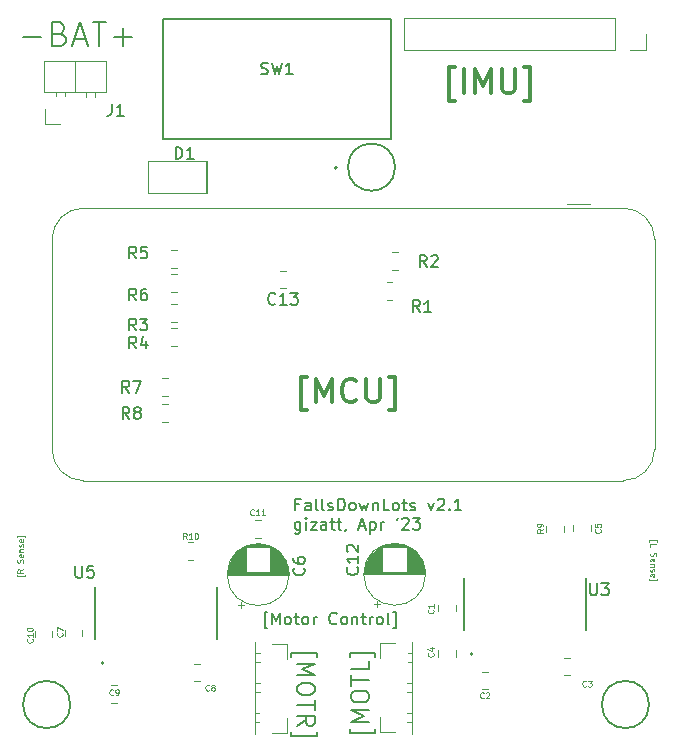
<source format=gbr>
%TF.GenerationSoftware,KiCad,Pcbnew,7.0.1*%
%TF.CreationDate,2023-04-23T15:33:48-04:00*%
%TF.ProjectId,board_v2,626f6172-645f-4763-922e-6b696361645f,rev?*%
%TF.SameCoordinates,Original*%
%TF.FileFunction,Legend,Top*%
%TF.FilePolarity,Positive*%
%FSLAX46Y46*%
G04 Gerber Fmt 4.6, Leading zero omitted, Abs format (unit mm)*
G04 Created by KiCad (PCBNEW 7.0.1) date 2023-04-23 15:33:48*
%MOMM*%
%LPD*%
G01*
G04 APERTURE LIST*
%ADD10C,0.150000*%
%ADD11C,0.200000*%
%ADD12C,0.125000*%
%ADD13C,0.300000*%
%ADD14C,0.100000*%
%ADD15C,0.120000*%
%ADD16C,0.127000*%
G04 APERTURE END LIST*
D10*
X132500000Y-73500000D02*
G75*
G03*
X132500000Y-73500000I-2000000J0D01*
G01*
X154000000Y-119000000D02*
G75*
G03*
X154000000Y-119000000I-2000000J0D01*
G01*
X105000000Y-119000000D02*
G75*
G03*
X105000000Y-119000000I-2000000J0D01*
G01*
X116556448Y-72973131D02*
X116556448Y-75693131D01*
X100976190Y-62493333D02*
X102500000Y-62493333D01*
X104119047Y-62207619D02*
X104404761Y-62302857D01*
X104404761Y-62302857D02*
X104499999Y-62398095D01*
X104499999Y-62398095D02*
X104595237Y-62588571D01*
X104595237Y-62588571D02*
X104595237Y-62874285D01*
X104595237Y-62874285D02*
X104499999Y-63064761D01*
X104499999Y-63064761D02*
X104404761Y-63160000D01*
X104404761Y-63160000D02*
X104214285Y-63255238D01*
X104214285Y-63255238D02*
X103452380Y-63255238D01*
X103452380Y-63255238D02*
X103452380Y-61255238D01*
X103452380Y-61255238D02*
X104119047Y-61255238D01*
X104119047Y-61255238D02*
X104309523Y-61350476D01*
X104309523Y-61350476D02*
X104404761Y-61445714D01*
X104404761Y-61445714D02*
X104499999Y-61636190D01*
X104499999Y-61636190D02*
X104499999Y-61826666D01*
X104499999Y-61826666D02*
X104404761Y-62017142D01*
X104404761Y-62017142D02*
X104309523Y-62112380D01*
X104309523Y-62112380D02*
X104119047Y-62207619D01*
X104119047Y-62207619D02*
X103452380Y-62207619D01*
X105357142Y-62683809D02*
X106309523Y-62683809D01*
X105166666Y-63255238D02*
X105833332Y-61255238D01*
X105833332Y-61255238D02*
X106499999Y-63255238D01*
X106880952Y-61255238D02*
X108023809Y-61255238D01*
X107452380Y-63255238D02*
X107452380Y-61255238D01*
X108690476Y-62493333D02*
X110214286Y-62493333D01*
X109452381Y-63255238D02*
X109452381Y-61731428D01*
D11*
X121690474Y-112555952D02*
X121452379Y-112555952D01*
X121452379Y-112555952D02*
X121452379Y-111127380D01*
X121452379Y-111127380D02*
X121690474Y-111127380D01*
X122071427Y-112222619D02*
X122071427Y-111222619D01*
X122071427Y-111222619D02*
X122404760Y-111936904D01*
X122404760Y-111936904D02*
X122738093Y-111222619D01*
X122738093Y-111222619D02*
X122738093Y-112222619D01*
X123357141Y-112222619D02*
X123261903Y-112175000D01*
X123261903Y-112175000D02*
X123214284Y-112127380D01*
X123214284Y-112127380D02*
X123166665Y-112032142D01*
X123166665Y-112032142D02*
X123166665Y-111746428D01*
X123166665Y-111746428D02*
X123214284Y-111651190D01*
X123214284Y-111651190D02*
X123261903Y-111603571D01*
X123261903Y-111603571D02*
X123357141Y-111555952D01*
X123357141Y-111555952D02*
X123499998Y-111555952D01*
X123499998Y-111555952D02*
X123595236Y-111603571D01*
X123595236Y-111603571D02*
X123642855Y-111651190D01*
X123642855Y-111651190D02*
X123690474Y-111746428D01*
X123690474Y-111746428D02*
X123690474Y-112032142D01*
X123690474Y-112032142D02*
X123642855Y-112127380D01*
X123642855Y-112127380D02*
X123595236Y-112175000D01*
X123595236Y-112175000D02*
X123499998Y-112222619D01*
X123499998Y-112222619D02*
X123357141Y-112222619D01*
X123976189Y-111555952D02*
X124357141Y-111555952D01*
X124119046Y-111222619D02*
X124119046Y-112079761D01*
X124119046Y-112079761D02*
X124166665Y-112175000D01*
X124166665Y-112175000D02*
X124261903Y-112222619D01*
X124261903Y-112222619D02*
X124357141Y-112222619D01*
X124833332Y-112222619D02*
X124738094Y-112175000D01*
X124738094Y-112175000D02*
X124690475Y-112127380D01*
X124690475Y-112127380D02*
X124642856Y-112032142D01*
X124642856Y-112032142D02*
X124642856Y-111746428D01*
X124642856Y-111746428D02*
X124690475Y-111651190D01*
X124690475Y-111651190D02*
X124738094Y-111603571D01*
X124738094Y-111603571D02*
X124833332Y-111555952D01*
X124833332Y-111555952D02*
X124976189Y-111555952D01*
X124976189Y-111555952D02*
X125071427Y-111603571D01*
X125071427Y-111603571D02*
X125119046Y-111651190D01*
X125119046Y-111651190D02*
X125166665Y-111746428D01*
X125166665Y-111746428D02*
X125166665Y-112032142D01*
X125166665Y-112032142D02*
X125119046Y-112127380D01*
X125119046Y-112127380D02*
X125071427Y-112175000D01*
X125071427Y-112175000D02*
X124976189Y-112222619D01*
X124976189Y-112222619D02*
X124833332Y-112222619D01*
X125595237Y-112222619D02*
X125595237Y-111555952D01*
X125595237Y-111746428D02*
X125642856Y-111651190D01*
X125642856Y-111651190D02*
X125690475Y-111603571D01*
X125690475Y-111603571D02*
X125785713Y-111555952D01*
X125785713Y-111555952D02*
X125880951Y-111555952D01*
X127547618Y-112127380D02*
X127499999Y-112175000D01*
X127499999Y-112175000D02*
X127357142Y-112222619D01*
X127357142Y-112222619D02*
X127261904Y-112222619D01*
X127261904Y-112222619D02*
X127119047Y-112175000D01*
X127119047Y-112175000D02*
X127023809Y-112079761D01*
X127023809Y-112079761D02*
X126976190Y-111984523D01*
X126976190Y-111984523D02*
X126928571Y-111794047D01*
X126928571Y-111794047D02*
X126928571Y-111651190D01*
X126928571Y-111651190D02*
X126976190Y-111460714D01*
X126976190Y-111460714D02*
X127023809Y-111365476D01*
X127023809Y-111365476D02*
X127119047Y-111270238D01*
X127119047Y-111270238D02*
X127261904Y-111222619D01*
X127261904Y-111222619D02*
X127357142Y-111222619D01*
X127357142Y-111222619D02*
X127499999Y-111270238D01*
X127499999Y-111270238D02*
X127547618Y-111317857D01*
X128119047Y-112222619D02*
X128023809Y-112175000D01*
X128023809Y-112175000D02*
X127976190Y-112127380D01*
X127976190Y-112127380D02*
X127928571Y-112032142D01*
X127928571Y-112032142D02*
X127928571Y-111746428D01*
X127928571Y-111746428D02*
X127976190Y-111651190D01*
X127976190Y-111651190D02*
X128023809Y-111603571D01*
X128023809Y-111603571D02*
X128119047Y-111555952D01*
X128119047Y-111555952D02*
X128261904Y-111555952D01*
X128261904Y-111555952D02*
X128357142Y-111603571D01*
X128357142Y-111603571D02*
X128404761Y-111651190D01*
X128404761Y-111651190D02*
X128452380Y-111746428D01*
X128452380Y-111746428D02*
X128452380Y-112032142D01*
X128452380Y-112032142D02*
X128404761Y-112127380D01*
X128404761Y-112127380D02*
X128357142Y-112175000D01*
X128357142Y-112175000D02*
X128261904Y-112222619D01*
X128261904Y-112222619D02*
X128119047Y-112222619D01*
X128880952Y-111555952D02*
X128880952Y-112222619D01*
X128880952Y-111651190D02*
X128928571Y-111603571D01*
X128928571Y-111603571D02*
X129023809Y-111555952D01*
X129023809Y-111555952D02*
X129166666Y-111555952D01*
X129166666Y-111555952D02*
X129261904Y-111603571D01*
X129261904Y-111603571D02*
X129309523Y-111698809D01*
X129309523Y-111698809D02*
X129309523Y-112222619D01*
X129642857Y-111555952D02*
X130023809Y-111555952D01*
X129785714Y-111222619D02*
X129785714Y-112079761D01*
X129785714Y-112079761D02*
X129833333Y-112175000D01*
X129833333Y-112175000D02*
X129928571Y-112222619D01*
X129928571Y-112222619D02*
X130023809Y-112222619D01*
X130357143Y-112222619D02*
X130357143Y-111555952D01*
X130357143Y-111746428D02*
X130404762Y-111651190D01*
X130404762Y-111651190D02*
X130452381Y-111603571D01*
X130452381Y-111603571D02*
X130547619Y-111555952D01*
X130547619Y-111555952D02*
X130642857Y-111555952D01*
X131119048Y-112222619D02*
X131023810Y-112175000D01*
X131023810Y-112175000D02*
X130976191Y-112127380D01*
X130976191Y-112127380D02*
X130928572Y-112032142D01*
X130928572Y-112032142D02*
X130928572Y-111746428D01*
X130928572Y-111746428D02*
X130976191Y-111651190D01*
X130976191Y-111651190D02*
X131023810Y-111603571D01*
X131023810Y-111603571D02*
X131119048Y-111555952D01*
X131119048Y-111555952D02*
X131261905Y-111555952D01*
X131261905Y-111555952D02*
X131357143Y-111603571D01*
X131357143Y-111603571D02*
X131404762Y-111651190D01*
X131404762Y-111651190D02*
X131452381Y-111746428D01*
X131452381Y-111746428D02*
X131452381Y-112032142D01*
X131452381Y-112032142D02*
X131404762Y-112127380D01*
X131404762Y-112127380D02*
X131357143Y-112175000D01*
X131357143Y-112175000D02*
X131261905Y-112222619D01*
X131261905Y-112222619D02*
X131119048Y-112222619D01*
X132023810Y-112222619D02*
X131928572Y-112175000D01*
X131928572Y-112175000D02*
X131880953Y-112079761D01*
X131880953Y-112079761D02*
X131880953Y-111222619D01*
X132309525Y-112555952D02*
X132547620Y-112555952D01*
X132547620Y-112555952D02*
X132547620Y-111127380D01*
X132547620Y-111127380D02*
X132309525Y-111127380D01*
D12*
X153957557Y-105223099D02*
X153957557Y-105104052D01*
X153957557Y-105104052D02*
X154671843Y-105104052D01*
X154671843Y-105104052D02*
X154671843Y-105223099D01*
X154124224Y-105651670D02*
X154124224Y-105413575D01*
X154124224Y-105413575D02*
X154624224Y-105413575D01*
X154148034Y-106175480D02*
X154124224Y-106246908D01*
X154124224Y-106246908D02*
X154124224Y-106365956D01*
X154124224Y-106365956D02*
X154148034Y-106413575D01*
X154148034Y-106413575D02*
X154171843Y-106437384D01*
X154171843Y-106437384D02*
X154219462Y-106461194D01*
X154219462Y-106461194D02*
X154267081Y-106461194D01*
X154267081Y-106461194D02*
X154314700Y-106437384D01*
X154314700Y-106437384D02*
X154338510Y-106413575D01*
X154338510Y-106413575D02*
X154362319Y-106365956D01*
X154362319Y-106365956D02*
X154386129Y-106270718D01*
X154386129Y-106270718D02*
X154409938Y-106223099D01*
X154409938Y-106223099D02*
X154433748Y-106199289D01*
X154433748Y-106199289D02*
X154481367Y-106175480D01*
X154481367Y-106175480D02*
X154528986Y-106175480D01*
X154528986Y-106175480D02*
X154576605Y-106199289D01*
X154576605Y-106199289D02*
X154600414Y-106223099D01*
X154600414Y-106223099D02*
X154624224Y-106270718D01*
X154624224Y-106270718D02*
X154624224Y-106389765D01*
X154624224Y-106389765D02*
X154600414Y-106461194D01*
X154148034Y-106865955D02*
X154124224Y-106818336D01*
X154124224Y-106818336D02*
X154124224Y-106723098D01*
X154124224Y-106723098D02*
X154148034Y-106675479D01*
X154148034Y-106675479D02*
X154195653Y-106651670D01*
X154195653Y-106651670D02*
X154386129Y-106651670D01*
X154386129Y-106651670D02*
X154433748Y-106675479D01*
X154433748Y-106675479D02*
X154457557Y-106723098D01*
X154457557Y-106723098D02*
X154457557Y-106818336D01*
X154457557Y-106818336D02*
X154433748Y-106865955D01*
X154433748Y-106865955D02*
X154386129Y-106889765D01*
X154386129Y-106889765D02*
X154338510Y-106889765D01*
X154338510Y-106889765D02*
X154290891Y-106651670D01*
X154457557Y-107104050D02*
X154124224Y-107104050D01*
X154409938Y-107104050D02*
X154433748Y-107127860D01*
X154433748Y-107127860D02*
X154457557Y-107175479D01*
X154457557Y-107175479D02*
X154457557Y-107246907D01*
X154457557Y-107246907D02*
X154433748Y-107294526D01*
X154433748Y-107294526D02*
X154386129Y-107318336D01*
X154386129Y-107318336D02*
X154124224Y-107318336D01*
X154148034Y-107532622D02*
X154124224Y-107580241D01*
X154124224Y-107580241D02*
X154124224Y-107675479D01*
X154124224Y-107675479D02*
X154148034Y-107723098D01*
X154148034Y-107723098D02*
X154195653Y-107746907D01*
X154195653Y-107746907D02*
X154219462Y-107746907D01*
X154219462Y-107746907D02*
X154267081Y-107723098D01*
X154267081Y-107723098D02*
X154290891Y-107675479D01*
X154290891Y-107675479D02*
X154290891Y-107604050D01*
X154290891Y-107604050D02*
X154314700Y-107556431D01*
X154314700Y-107556431D02*
X154362319Y-107532622D01*
X154362319Y-107532622D02*
X154386129Y-107532622D01*
X154386129Y-107532622D02*
X154433748Y-107556431D01*
X154433748Y-107556431D02*
X154457557Y-107604050D01*
X154457557Y-107604050D02*
X154457557Y-107675479D01*
X154457557Y-107675479D02*
X154433748Y-107723098D01*
X154148034Y-108151669D02*
X154124224Y-108104050D01*
X154124224Y-108104050D02*
X154124224Y-108008812D01*
X154124224Y-108008812D02*
X154148034Y-107961193D01*
X154148034Y-107961193D02*
X154195653Y-107937384D01*
X154195653Y-107937384D02*
X154386129Y-107937384D01*
X154386129Y-107937384D02*
X154433748Y-107961193D01*
X154433748Y-107961193D02*
X154457557Y-108008812D01*
X154457557Y-108008812D02*
X154457557Y-108104050D01*
X154457557Y-108104050D02*
X154433748Y-108151669D01*
X154433748Y-108151669D02*
X154386129Y-108175479D01*
X154386129Y-108175479D02*
X154338510Y-108175479D01*
X154338510Y-108175479D02*
X154290891Y-107937384D01*
X153957557Y-108342145D02*
X153957557Y-108461193D01*
X153957557Y-108461193D02*
X154671843Y-108461193D01*
X154671843Y-108461193D02*
X154671843Y-108342145D01*
D13*
X137535112Y-67894780D02*
X137058921Y-67894780D01*
X137058921Y-67894780D02*
X137058921Y-65037637D01*
X137058921Y-65037637D02*
X137535112Y-65037637D01*
X138297016Y-67228114D02*
X138297016Y-65228114D01*
X139249397Y-67228114D02*
X139249397Y-65228114D01*
X139249397Y-65228114D02*
X139916064Y-66656685D01*
X139916064Y-66656685D02*
X140582730Y-65228114D01*
X140582730Y-65228114D02*
X140582730Y-67228114D01*
X141535111Y-65228114D02*
X141535111Y-66847161D01*
X141535111Y-66847161D02*
X141630349Y-67037637D01*
X141630349Y-67037637D02*
X141725587Y-67132876D01*
X141725587Y-67132876D02*
X141916063Y-67228114D01*
X141916063Y-67228114D02*
X142297016Y-67228114D01*
X142297016Y-67228114D02*
X142487492Y-67132876D01*
X142487492Y-67132876D02*
X142582730Y-67037637D01*
X142582730Y-67037637D02*
X142677968Y-66847161D01*
X142677968Y-66847161D02*
X142677968Y-65228114D01*
X143439873Y-67894780D02*
X143916063Y-67894780D01*
X143916063Y-67894780D02*
X143916063Y-65037637D01*
X143916063Y-65037637D02*
X143439873Y-65037637D01*
D12*
X101184589Y-108041590D02*
X101184589Y-108160637D01*
X101184589Y-108160637D02*
X100470303Y-108160637D01*
X100470303Y-108160637D02*
X100470303Y-108041590D01*
X101017922Y-107565400D02*
X100779827Y-107732066D01*
X101017922Y-107851114D02*
X100517922Y-107851114D01*
X100517922Y-107851114D02*
X100517922Y-107660638D01*
X100517922Y-107660638D02*
X100541732Y-107613019D01*
X100541732Y-107613019D02*
X100565541Y-107589209D01*
X100565541Y-107589209D02*
X100613160Y-107565400D01*
X100613160Y-107565400D02*
X100684589Y-107565400D01*
X100684589Y-107565400D02*
X100732208Y-107589209D01*
X100732208Y-107589209D02*
X100756017Y-107613019D01*
X100756017Y-107613019D02*
X100779827Y-107660638D01*
X100779827Y-107660638D02*
X100779827Y-107851114D01*
X100994113Y-106993971D02*
X101017922Y-106922543D01*
X101017922Y-106922543D02*
X101017922Y-106803495D01*
X101017922Y-106803495D02*
X100994113Y-106755876D01*
X100994113Y-106755876D02*
X100970303Y-106732067D01*
X100970303Y-106732067D02*
X100922684Y-106708257D01*
X100922684Y-106708257D02*
X100875065Y-106708257D01*
X100875065Y-106708257D02*
X100827446Y-106732067D01*
X100827446Y-106732067D02*
X100803636Y-106755876D01*
X100803636Y-106755876D02*
X100779827Y-106803495D01*
X100779827Y-106803495D02*
X100756017Y-106898733D01*
X100756017Y-106898733D02*
X100732208Y-106946352D01*
X100732208Y-106946352D02*
X100708398Y-106970162D01*
X100708398Y-106970162D02*
X100660779Y-106993971D01*
X100660779Y-106993971D02*
X100613160Y-106993971D01*
X100613160Y-106993971D02*
X100565541Y-106970162D01*
X100565541Y-106970162D02*
X100541732Y-106946352D01*
X100541732Y-106946352D02*
X100517922Y-106898733D01*
X100517922Y-106898733D02*
X100517922Y-106779686D01*
X100517922Y-106779686D02*
X100541732Y-106708257D01*
X100994113Y-106303496D02*
X101017922Y-106351115D01*
X101017922Y-106351115D02*
X101017922Y-106446353D01*
X101017922Y-106446353D02*
X100994113Y-106493972D01*
X100994113Y-106493972D02*
X100946493Y-106517781D01*
X100946493Y-106517781D02*
X100756017Y-106517781D01*
X100756017Y-106517781D02*
X100708398Y-106493972D01*
X100708398Y-106493972D02*
X100684589Y-106446353D01*
X100684589Y-106446353D02*
X100684589Y-106351115D01*
X100684589Y-106351115D02*
X100708398Y-106303496D01*
X100708398Y-106303496D02*
X100756017Y-106279686D01*
X100756017Y-106279686D02*
X100803636Y-106279686D01*
X100803636Y-106279686D02*
X100851255Y-106517781D01*
X100684589Y-106065401D02*
X101017922Y-106065401D01*
X100732208Y-106065401D02*
X100708398Y-106041591D01*
X100708398Y-106041591D02*
X100684589Y-105993972D01*
X100684589Y-105993972D02*
X100684589Y-105922544D01*
X100684589Y-105922544D02*
X100708398Y-105874925D01*
X100708398Y-105874925D02*
X100756017Y-105851115D01*
X100756017Y-105851115D02*
X101017922Y-105851115D01*
X100994113Y-105636829D02*
X101017922Y-105589210D01*
X101017922Y-105589210D02*
X101017922Y-105493972D01*
X101017922Y-105493972D02*
X100994113Y-105446353D01*
X100994113Y-105446353D02*
X100946493Y-105422544D01*
X100946493Y-105422544D02*
X100922684Y-105422544D01*
X100922684Y-105422544D02*
X100875065Y-105446353D01*
X100875065Y-105446353D02*
X100851255Y-105493972D01*
X100851255Y-105493972D02*
X100851255Y-105565401D01*
X100851255Y-105565401D02*
X100827446Y-105613020D01*
X100827446Y-105613020D02*
X100779827Y-105636829D01*
X100779827Y-105636829D02*
X100756017Y-105636829D01*
X100756017Y-105636829D02*
X100708398Y-105613020D01*
X100708398Y-105613020D02*
X100684589Y-105565401D01*
X100684589Y-105565401D02*
X100684589Y-105493972D01*
X100684589Y-105493972D02*
X100708398Y-105446353D01*
X100994113Y-105017782D02*
X101017922Y-105065401D01*
X101017922Y-105065401D02*
X101017922Y-105160639D01*
X101017922Y-105160639D02*
X100994113Y-105208258D01*
X100994113Y-105208258D02*
X100946493Y-105232067D01*
X100946493Y-105232067D02*
X100756017Y-105232067D01*
X100756017Y-105232067D02*
X100708398Y-105208258D01*
X100708398Y-105208258D02*
X100684589Y-105160639D01*
X100684589Y-105160639D02*
X100684589Y-105065401D01*
X100684589Y-105065401D02*
X100708398Y-105017782D01*
X100708398Y-105017782D02*
X100756017Y-104993972D01*
X100756017Y-104993972D02*
X100803636Y-104993972D01*
X100803636Y-104993972D02*
X100851255Y-105232067D01*
X101184589Y-104827306D02*
X101184589Y-104708258D01*
X101184589Y-104708258D02*
X100470303Y-104708258D01*
X100470303Y-104708258D02*
X100470303Y-104827306D01*
D13*
X125023810Y-94091904D02*
X124547619Y-94091904D01*
X124547619Y-94091904D02*
X124547619Y-91234761D01*
X124547619Y-91234761D02*
X125023810Y-91234761D01*
X125785714Y-93425238D02*
X125785714Y-91425238D01*
X125785714Y-91425238D02*
X126452381Y-92853809D01*
X126452381Y-92853809D02*
X127119047Y-91425238D01*
X127119047Y-91425238D02*
X127119047Y-93425238D01*
X129214285Y-93234761D02*
X129119047Y-93330000D01*
X129119047Y-93330000D02*
X128833333Y-93425238D01*
X128833333Y-93425238D02*
X128642857Y-93425238D01*
X128642857Y-93425238D02*
X128357142Y-93330000D01*
X128357142Y-93330000D02*
X128166666Y-93139523D01*
X128166666Y-93139523D02*
X128071428Y-92949047D01*
X128071428Y-92949047D02*
X127976190Y-92568095D01*
X127976190Y-92568095D02*
X127976190Y-92282380D01*
X127976190Y-92282380D02*
X128071428Y-91901428D01*
X128071428Y-91901428D02*
X128166666Y-91710952D01*
X128166666Y-91710952D02*
X128357142Y-91520476D01*
X128357142Y-91520476D02*
X128642857Y-91425238D01*
X128642857Y-91425238D02*
X128833333Y-91425238D01*
X128833333Y-91425238D02*
X129119047Y-91520476D01*
X129119047Y-91520476D02*
X129214285Y-91615714D01*
X130071428Y-91425238D02*
X130071428Y-93044285D01*
X130071428Y-93044285D02*
X130166666Y-93234761D01*
X130166666Y-93234761D02*
X130261904Y-93330000D01*
X130261904Y-93330000D02*
X130452380Y-93425238D01*
X130452380Y-93425238D02*
X130833333Y-93425238D01*
X130833333Y-93425238D02*
X131023809Y-93330000D01*
X131023809Y-93330000D02*
X131119047Y-93234761D01*
X131119047Y-93234761D02*
X131214285Y-93044285D01*
X131214285Y-93044285D02*
X131214285Y-91425238D01*
X131976190Y-94091904D02*
X132452380Y-94091904D01*
X132452380Y-94091904D02*
X132452380Y-91234761D01*
X132452380Y-91234761D02*
X131976190Y-91234761D01*
D10*
X124387891Y-102043578D02*
X124054558Y-102043578D01*
X124054558Y-102567388D02*
X124054558Y-101567388D01*
X124054558Y-101567388D02*
X124530748Y-101567388D01*
X125340272Y-102567388D02*
X125340272Y-102043578D01*
X125340272Y-102043578D02*
X125292653Y-101948340D01*
X125292653Y-101948340D02*
X125197415Y-101900721D01*
X125197415Y-101900721D02*
X125006939Y-101900721D01*
X125006939Y-101900721D02*
X124911701Y-101948340D01*
X125340272Y-102519769D02*
X125245034Y-102567388D01*
X125245034Y-102567388D02*
X125006939Y-102567388D01*
X125006939Y-102567388D02*
X124911701Y-102519769D01*
X124911701Y-102519769D02*
X124864082Y-102424530D01*
X124864082Y-102424530D02*
X124864082Y-102329292D01*
X124864082Y-102329292D02*
X124911701Y-102234054D01*
X124911701Y-102234054D02*
X125006939Y-102186435D01*
X125006939Y-102186435D02*
X125245034Y-102186435D01*
X125245034Y-102186435D02*
X125340272Y-102138816D01*
X125959320Y-102567388D02*
X125864082Y-102519769D01*
X125864082Y-102519769D02*
X125816463Y-102424530D01*
X125816463Y-102424530D02*
X125816463Y-101567388D01*
X126483130Y-102567388D02*
X126387892Y-102519769D01*
X126387892Y-102519769D02*
X126340273Y-102424530D01*
X126340273Y-102424530D02*
X126340273Y-101567388D01*
X126816464Y-102519769D02*
X126911702Y-102567388D01*
X126911702Y-102567388D02*
X127102178Y-102567388D01*
X127102178Y-102567388D02*
X127197416Y-102519769D01*
X127197416Y-102519769D02*
X127245035Y-102424530D01*
X127245035Y-102424530D02*
X127245035Y-102376911D01*
X127245035Y-102376911D02*
X127197416Y-102281673D01*
X127197416Y-102281673D02*
X127102178Y-102234054D01*
X127102178Y-102234054D02*
X126959321Y-102234054D01*
X126959321Y-102234054D02*
X126864083Y-102186435D01*
X126864083Y-102186435D02*
X126816464Y-102091197D01*
X126816464Y-102091197D02*
X126816464Y-102043578D01*
X126816464Y-102043578D02*
X126864083Y-101948340D01*
X126864083Y-101948340D02*
X126959321Y-101900721D01*
X126959321Y-101900721D02*
X127102178Y-101900721D01*
X127102178Y-101900721D02*
X127197416Y-101948340D01*
X127673607Y-102567388D02*
X127673607Y-101567388D01*
X127673607Y-101567388D02*
X127911702Y-101567388D01*
X127911702Y-101567388D02*
X128054559Y-101615007D01*
X128054559Y-101615007D02*
X128149797Y-101710245D01*
X128149797Y-101710245D02*
X128197416Y-101805483D01*
X128197416Y-101805483D02*
X128245035Y-101995959D01*
X128245035Y-101995959D02*
X128245035Y-102138816D01*
X128245035Y-102138816D02*
X128197416Y-102329292D01*
X128197416Y-102329292D02*
X128149797Y-102424530D01*
X128149797Y-102424530D02*
X128054559Y-102519769D01*
X128054559Y-102519769D02*
X127911702Y-102567388D01*
X127911702Y-102567388D02*
X127673607Y-102567388D01*
X128816464Y-102567388D02*
X128721226Y-102519769D01*
X128721226Y-102519769D02*
X128673607Y-102472149D01*
X128673607Y-102472149D02*
X128625988Y-102376911D01*
X128625988Y-102376911D02*
X128625988Y-102091197D01*
X128625988Y-102091197D02*
X128673607Y-101995959D01*
X128673607Y-101995959D02*
X128721226Y-101948340D01*
X128721226Y-101948340D02*
X128816464Y-101900721D01*
X128816464Y-101900721D02*
X128959321Y-101900721D01*
X128959321Y-101900721D02*
X129054559Y-101948340D01*
X129054559Y-101948340D02*
X129102178Y-101995959D01*
X129102178Y-101995959D02*
X129149797Y-102091197D01*
X129149797Y-102091197D02*
X129149797Y-102376911D01*
X129149797Y-102376911D02*
X129102178Y-102472149D01*
X129102178Y-102472149D02*
X129054559Y-102519769D01*
X129054559Y-102519769D02*
X128959321Y-102567388D01*
X128959321Y-102567388D02*
X128816464Y-102567388D01*
X129483131Y-101900721D02*
X129673607Y-102567388D01*
X129673607Y-102567388D02*
X129864083Y-102091197D01*
X129864083Y-102091197D02*
X130054559Y-102567388D01*
X130054559Y-102567388D02*
X130245035Y-101900721D01*
X130625988Y-101900721D02*
X130625988Y-102567388D01*
X130625988Y-101995959D02*
X130673607Y-101948340D01*
X130673607Y-101948340D02*
X130768845Y-101900721D01*
X130768845Y-101900721D02*
X130911702Y-101900721D01*
X130911702Y-101900721D02*
X131006940Y-101948340D01*
X131006940Y-101948340D02*
X131054559Y-102043578D01*
X131054559Y-102043578D02*
X131054559Y-102567388D01*
X132006940Y-102567388D02*
X131530750Y-102567388D01*
X131530750Y-102567388D02*
X131530750Y-101567388D01*
X132483131Y-102567388D02*
X132387893Y-102519769D01*
X132387893Y-102519769D02*
X132340274Y-102472149D01*
X132340274Y-102472149D02*
X132292655Y-102376911D01*
X132292655Y-102376911D02*
X132292655Y-102091197D01*
X132292655Y-102091197D02*
X132340274Y-101995959D01*
X132340274Y-101995959D02*
X132387893Y-101948340D01*
X132387893Y-101948340D02*
X132483131Y-101900721D01*
X132483131Y-101900721D02*
X132625988Y-101900721D01*
X132625988Y-101900721D02*
X132721226Y-101948340D01*
X132721226Y-101948340D02*
X132768845Y-101995959D01*
X132768845Y-101995959D02*
X132816464Y-102091197D01*
X132816464Y-102091197D02*
X132816464Y-102376911D01*
X132816464Y-102376911D02*
X132768845Y-102472149D01*
X132768845Y-102472149D02*
X132721226Y-102519769D01*
X132721226Y-102519769D02*
X132625988Y-102567388D01*
X132625988Y-102567388D02*
X132483131Y-102567388D01*
X133102179Y-101900721D02*
X133483131Y-101900721D01*
X133245036Y-101567388D02*
X133245036Y-102424530D01*
X133245036Y-102424530D02*
X133292655Y-102519769D01*
X133292655Y-102519769D02*
X133387893Y-102567388D01*
X133387893Y-102567388D02*
X133483131Y-102567388D01*
X133768846Y-102519769D02*
X133864084Y-102567388D01*
X133864084Y-102567388D02*
X134054560Y-102567388D01*
X134054560Y-102567388D02*
X134149798Y-102519769D01*
X134149798Y-102519769D02*
X134197417Y-102424530D01*
X134197417Y-102424530D02*
X134197417Y-102376911D01*
X134197417Y-102376911D02*
X134149798Y-102281673D01*
X134149798Y-102281673D02*
X134054560Y-102234054D01*
X134054560Y-102234054D02*
X133911703Y-102234054D01*
X133911703Y-102234054D02*
X133816465Y-102186435D01*
X133816465Y-102186435D02*
X133768846Y-102091197D01*
X133768846Y-102091197D02*
X133768846Y-102043578D01*
X133768846Y-102043578D02*
X133816465Y-101948340D01*
X133816465Y-101948340D02*
X133911703Y-101900721D01*
X133911703Y-101900721D02*
X134054560Y-101900721D01*
X134054560Y-101900721D02*
X134149798Y-101948340D01*
X135292656Y-101900721D02*
X135530751Y-102567388D01*
X135530751Y-102567388D02*
X135768846Y-101900721D01*
X136102180Y-101662626D02*
X136149799Y-101615007D01*
X136149799Y-101615007D02*
X136245037Y-101567388D01*
X136245037Y-101567388D02*
X136483132Y-101567388D01*
X136483132Y-101567388D02*
X136578370Y-101615007D01*
X136578370Y-101615007D02*
X136625989Y-101662626D01*
X136625989Y-101662626D02*
X136673608Y-101757864D01*
X136673608Y-101757864D02*
X136673608Y-101853102D01*
X136673608Y-101853102D02*
X136625989Y-101995959D01*
X136625989Y-101995959D02*
X136054561Y-102567388D01*
X136054561Y-102567388D02*
X136673608Y-102567388D01*
X137102180Y-102472149D02*
X137149799Y-102519769D01*
X137149799Y-102519769D02*
X137102180Y-102567388D01*
X137102180Y-102567388D02*
X137054561Y-102519769D01*
X137054561Y-102519769D02*
X137102180Y-102472149D01*
X137102180Y-102472149D02*
X137102180Y-102567388D01*
X138102179Y-102567388D02*
X137530751Y-102567388D01*
X137816465Y-102567388D02*
X137816465Y-101567388D01*
X137816465Y-101567388D02*
X137721227Y-101710245D01*
X137721227Y-101710245D02*
X137625989Y-101805483D01*
X137625989Y-101805483D02*
X137530751Y-101853102D01*
X124483129Y-103520721D02*
X124483129Y-104330245D01*
X124483129Y-104330245D02*
X124435510Y-104425483D01*
X124435510Y-104425483D02*
X124387891Y-104473102D01*
X124387891Y-104473102D02*
X124292653Y-104520721D01*
X124292653Y-104520721D02*
X124149796Y-104520721D01*
X124149796Y-104520721D02*
X124054558Y-104473102D01*
X124483129Y-104139769D02*
X124387891Y-104187388D01*
X124387891Y-104187388D02*
X124197415Y-104187388D01*
X124197415Y-104187388D02*
X124102177Y-104139769D01*
X124102177Y-104139769D02*
X124054558Y-104092149D01*
X124054558Y-104092149D02*
X124006939Y-103996911D01*
X124006939Y-103996911D02*
X124006939Y-103711197D01*
X124006939Y-103711197D02*
X124054558Y-103615959D01*
X124054558Y-103615959D02*
X124102177Y-103568340D01*
X124102177Y-103568340D02*
X124197415Y-103520721D01*
X124197415Y-103520721D02*
X124387891Y-103520721D01*
X124387891Y-103520721D02*
X124483129Y-103568340D01*
X124959320Y-104187388D02*
X124959320Y-103520721D01*
X124959320Y-103187388D02*
X124911701Y-103235007D01*
X124911701Y-103235007D02*
X124959320Y-103282626D01*
X124959320Y-103282626D02*
X125006939Y-103235007D01*
X125006939Y-103235007D02*
X124959320Y-103187388D01*
X124959320Y-103187388D02*
X124959320Y-103282626D01*
X125340272Y-103520721D02*
X125864081Y-103520721D01*
X125864081Y-103520721D02*
X125340272Y-104187388D01*
X125340272Y-104187388D02*
X125864081Y-104187388D01*
X126673605Y-104187388D02*
X126673605Y-103663578D01*
X126673605Y-103663578D02*
X126625986Y-103568340D01*
X126625986Y-103568340D02*
X126530748Y-103520721D01*
X126530748Y-103520721D02*
X126340272Y-103520721D01*
X126340272Y-103520721D02*
X126245034Y-103568340D01*
X126673605Y-104139769D02*
X126578367Y-104187388D01*
X126578367Y-104187388D02*
X126340272Y-104187388D01*
X126340272Y-104187388D02*
X126245034Y-104139769D01*
X126245034Y-104139769D02*
X126197415Y-104044530D01*
X126197415Y-104044530D02*
X126197415Y-103949292D01*
X126197415Y-103949292D02*
X126245034Y-103854054D01*
X126245034Y-103854054D02*
X126340272Y-103806435D01*
X126340272Y-103806435D02*
X126578367Y-103806435D01*
X126578367Y-103806435D02*
X126673605Y-103758816D01*
X127006939Y-103520721D02*
X127387891Y-103520721D01*
X127149796Y-103187388D02*
X127149796Y-104044530D01*
X127149796Y-104044530D02*
X127197415Y-104139769D01*
X127197415Y-104139769D02*
X127292653Y-104187388D01*
X127292653Y-104187388D02*
X127387891Y-104187388D01*
X127578368Y-103520721D02*
X127959320Y-103520721D01*
X127721225Y-103187388D02*
X127721225Y-104044530D01*
X127721225Y-104044530D02*
X127768844Y-104139769D01*
X127768844Y-104139769D02*
X127864082Y-104187388D01*
X127864082Y-104187388D02*
X127959320Y-104187388D01*
X128340273Y-104139769D02*
X128340273Y-104187388D01*
X128340273Y-104187388D02*
X128292654Y-104282626D01*
X128292654Y-104282626D02*
X128245035Y-104330245D01*
X129483130Y-103901673D02*
X129959320Y-103901673D01*
X129387892Y-104187388D02*
X129721225Y-103187388D01*
X129721225Y-103187388D02*
X130054558Y-104187388D01*
X130387892Y-103520721D02*
X130387892Y-104520721D01*
X130387892Y-103568340D02*
X130483130Y-103520721D01*
X130483130Y-103520721D02*
X130673606Y-103520721D01*
X130673606Y-103520721D02*
X130768844Y-103568340D01*
X130768844Y-103568340D02*
X130816463Y-103615959D01*
X130816463Y-103615959D02*
X130864082Y-103711197D01*
X130864082Y-103711197D02*
X130864082Y-103996911D01*
X130864082Y-103996911D02*
X130816463Y-104092149D01*
X130816463Y-104092149D02*
X130768844Y-104139769D01*
X130768844Y-104139769D02*
X130673606Y-104187388D01*
X130673606Y-104187388D02*
X130483130Y-104187388D01*
X130483130Y-104187388D02*
X130387892Y-104139769D01*
X131292654Y-104187388D02*
X131292654Y-103520721D01*
X131292654Y-103711197D02*
X131340273Y-103615959D01*
X131340273Y-103615959D02*
X131387892Y-103568340D01*
X131387892Y-103568340D02*
X131483130Y-103520721D01*
X131483130Y-103520721D02*
X131578368Y-103520721D01*
X132721226Y-103187388D02*
X132625988Y-103377864D01*
X133102178Y-103282626D02*
X133149797Y-103235007D01*
X133149797Y-103235007D02*
X133245035Y-103187388D01*
X133245035Y-103187388D02*
X133483130Y-103187388D01*
X133483130Y-103187388D02*
X133578368Y-103235007D01*
X133578368Y-103235007D02*
X133625987Y-103282626D01*
X133625987Y-103282626D02*
X133673606Y-103377864D01*
X133673606Y-103377864D02*
X133673606Y-103473102D01*
X133673606Y-103473102D02*
X133625987Y-103615959D01*
X133625987Y-103615959D02*
X133054559Y-104187388D01*
X133054559Y-104187388D02*
X133673606Y-104187388D01*
X134006940Y-103187388D02*
X134625987Y-103187388D01*
X134625987Y-103187388D02*
X134292654Y-103568340D01*
X134292654Y-103568340D02*
X134435511Y-103568340D01*
X134435511Y-103568340D02*
X134530749Y-103615959D01*
X134530749Y-103615959D02*
X134578368Y-103663578D01*
X134578368Y-103663578D02*
X134625987Y-103758816D01*
X134625987Y-103758816D02*
X134625987Y-103996911D01*
X134625987Y-103996911D02*
X134578368Y-104092149D01*
X134578368Y-104092149D02*
X134530749Y-104139769D01*
X134530749Y-104139769D02*
X134435511Y-104187388D01*
X134435511Y-104187388D02*
X134149797Y-104187388D01*
X134149797Y-104187388D02*
X134054559Y-104139769D01*
X134054559Y-104139769D02*
X134006940Y-104092149D01*
%TO.C,J1*%
X108520991Y-68157179D02*
X108520991Y-68871464D01*
X108520991Y-68871464D02*
X108473372Y-69014321D01*
X108473372Y-69014321D02*
X108378134Y-69109560D01*
X108378134Y-69109560D02*
X108235277Y-69157179D01*
X108235277Y-69157179D02*
X108140039Y-69157179D01*
X109520991Y-69157179D02*
X108949563Y-69157179D01*
X109235277Y-69157179D02*
X109235277Y-68157179D01*
X109235277Y-68157179D02*
X109140039Y-68300036D01*
X109140039Y-68300036D02*
X109044801Y-68395274D01*
X109044801Y-68395274D02*
X108949563Y-68442893D01*
D12*
%TO.C,R10*%
X114850401Y-104977101D02*
X114683735Y-104739006D01*
X114564687Y-104977101D02*
X114564687Y-104477101D01*
X114564687Y-104477101D02*
X114755163Y-104477101D01*
X114755163Y-104477101D02*
X114802782Y-104500911D01*
X114802782Y-104500911D02*
X114826592Y-104524720D01*
X114826592Y-104524720D02*
X114850401Y-104572339D01*
X114850401Y-104572339D02*
X114850401Y-104643768D01*
X114850401Y-104643768D02*
X114826592Y-104691387D01*
X114826592Y-104691387D02*
X114802782Y-104715196D01*
X114802782Y-104715196D02*
X114755163Y-104739006D01*
X114755163Y-104739006D02*
X114564687Y-104739006D01*
X115326592Y-104977101D02*
X115040878Y-104977101D01*
X115183735Y-104977101D02*
X115183735Y-104477101D01*
X115183735Y-104477101D02*
X115136116Y-104548530D01*
X115136116Y-104548530D02*
X115088497Y-104596149D01*
X115088497Y-104596149D02*
X115040878Y-104619958D01*
X115636115Y-104477101D02*
X115683734Y-104477101D01*
X115683734Y-104477101D02*
X115731353Y-104500911D01*
X115731353Y-104500911D02*
X115755163Y-104524720D01*
X115755163Y-104524720D02*
X115778972Y-104572339D01*
X115778972Y-104572339D02*
X115802782Y-104667577D01*
X115802782Y-104667577D02*
X115802782Y-104786625D01*
X115802782Y-104786625D02*
X115778972Y-104881863D01*
X115778972Y-104881863D02*
X115755163Y-104929482D01*
X115755163Y-104929482D02*
X115731353Y-104953292D01*
X115731353Y-104953292D02*
X115683734Y-104977101D01*
X115683734Y-104977101D02*
X115636115Y-104977101D01*
X115636115Y-104977101D02*
X115588496Y-104953292D01*
X115588496Y-104953292D02*
X115564687Y-104929482D01*
X115564687Y-104929482D02*
X115540877Y-104881863D01*
X115540877Y-104881863D02*
X115517068Y-104786625D01*
X115517068Y-104786625D02*
X115517068Y-104667577D01*
X115517068Y-104667577D02*
X115540877Y-104572339D01*
X115540877Y-104572339D02*
X115564687Y-104524720D01*
X115564687Y-104524720D02*
X115588496Y-104500911D01*
X115588496Y-104500911D02*
X115636115Y-104477101D01*
%TO.C,R9*%
X145016362Y-104152635D02*
X144778267Y-104319301D01*
X145016362Y-104438349D02*
X144516362Y-104438349D01*
X144516362Y-104438349D02*
X144516362Y-104247873D01*
X144516362Y-104247873D02*
X144540172Y-104200254D01*
X144540172Y-104200254D02*
X144563981Y-104176444D01*
X144563981Y-104176444D02*
X144611600Y-104152635D01*
X144611600Y-104152635D02*
X144683029Y-104152635D01*
X144683029Y-104152635D02*
X144730648Y-104176444D01*
X144730648Y-104176444D02*
X144754457Y-104200254D01*
X144754457Y-104200254D02*
X144778267Y-104247873D01*
X144778267Y-104247873D02*
X144778267Y-104438349D01*
X145016362Y-103914539D02*
X145016362Y-103819301D01*
X145016362Y-103819301D02*
X144992553Y-103771682D01*
X144992553Y-103771682D02*
X144968743Y-103747873D01*
X144968743Y-103747873D02*
X144897314Y-103700254D01*
X144897314Y-103700254D02*
X144802076Y-103676444D01*
X144802076Y-103676444D02*
X144611600Y-103676444D01*
X144611600Y-103676444D02*
X144563981Y-103700254D01*
X144563981Y-103700254D02*
X144540172Y-103724063D01*
X144540172Y-103724063D02*
X144516362Y-103771682D01*
X144516362Y-103771682D02*
X144516362Y-103866920D01*
X144516362Y-103866920D02*
X144540172Y-103914539D01*
X144540172Y-103914539D02*
X144563981Y-103938349D01*
X144563981Y-103938349D02*
X144611600Y-103962158D01*
X144611600Y-103962158D02*
X144730648Y-103962158D01*
X144730648Y-103962158D02*
X144778267Y-103938349D01*
X144778267Y-103938349D02*
X144802076Y-103914539D01*
X144802076Y-103914539D02*
X144825886Y-103866920D01*
X144825886Y-103866920D02*
X144825886Y-103771682D01*
X144825886Y-103771682D02*
X144802076Y-103724063D01*
X144802076Y-103724063D02*
X144778267Y-103700254D01*
X144778267Y-103700254D02*
X144730648Y-103676444D01*
D10*
%TO.C,R8*%
X110005037Y-94808998D02*
X109671704Y-94332807D01*
X109433609Y-94808998D02*
X109433609Y-93808998D01*
X109433609Y-93808998D02*
X109814561Y-93808998D01*
X109814561Y-93808998D02*
X109909799Y-93856617D01*
X109909799Y-93856617D02*
X109957418Y-93904236D01*
X109957418Y-93904236D02*
X110005037Y-93999474D01*
X110005037Y-93999474D02*
X110005037Y-94142331D01*
X110005037Y-94142331D02*
X109957418Y-94237569D01*
X109957418Y-94237569D02*
X109909799Y-94285188D01*
X109909799Y-94285188D02*
X109814561Y-94332807D01*
X109814561Y-94332807D02*
X109433609Y-94332807D01*
X110576466Y-94237569D02*
X110481228Y-94189950D01*
X110481228Y-94189950D02*
X110433609Y-94142331D01*
X110433609Y-94142331D02*
X110385990Y-94047093D01*
X110385990Y-94047093D02*
X110385990Y-93999474D01*
X110385990Y-93999474D02*
X110433609Y-93904236D01*
X110433609Y-93904236D02*
X110481228Y-93856617D01*
X110481228Y-93856617D02*
X110576466Y-93808998D01*
X110576466Y-93808998D02*
X110766942Y-93808998D01*
X110766942Y-93808998D02*
X110862180Y-93856617D01*
X110862180Y-93856617D02*
X110909799Y-93904236D01*
X110909799Y-93904236D02*
X110957418Y-93999474D01*
X110957418Y-93999474D02*
X110957418Y-94047093D01*
X110957418Y-94047093D02*
X110909799Y-94142331D01*
X110909799Y-94142331D02*
X110862180Y-94189950D01*
X110862180Y-94189950D02*
X110766942Y-94237569D01*
X110766942Y-94237569D02*
X110576466Y-94237569D01*
X110576466Y-94237569D02*
X110481228Y-94285188D01*
X110481228Y-94285188D02*
X110433609Y-94332807D01*
X110433609Y-94332807D02*
X110385990Y-94428045D01*
X110385990Y-94428045D02*
X110385990Y-94618521D01*
X110385990Y-94618521D02*
X110433609Y-94713759D01*
X110433609Y-94713759D02*
X110481228Y-94761379D01*
X110481228Y-94761379D02*
X110576466Y-94808998D01*
X110576466Y-94808998D02*
X110766942Y-94808998D01*
X110766942Y-94808998D02*
X110862180Y-94761379D01*
X110862180Y-94761379D02*
X110909799Y-94713759D01*
X110909799Y-94713759D02*
X110957418Y-94618521D01*
X110957418Y-94618521D02*
X110957418Y-94428045D01*
X110957418Y-94428045D02*
X110909799Y-94332807D01*
X110909799Y-94332807D02*
X110862180Y-94285188D01*
X110862180Y-94285188D02*
X110766942Y-94237569D01*
%TO.C,R7*%
X109980168Y-92595611D02*
X109646835Y-92119420D01*
X109408740Y-92595611D02*
X109408740Y-91595611D01*
X109408740Y-91595611D02*
X109789692Y-91595611D01*
X109789692Y-91595611D02*
X109884930Y-91643230D01*
X109884930Y-91643230D02*
X109932549Y-91690849D01*
X109932549Y-91690849D02*
X109980168Y-91786087D01*
X109980168Y-91786087D02*
X109980168Y-91928944D01*
X109980168Y-91928944D02*
X109932549Y-92024182D01*
X109932549Y-92024182D02*
X109884930Y-92071801D01*
X109884930Y-92071801D02*
X109789692Y-92119420D01*
X109789692Y-92119420D02*
X109408740Y-92119420D01*
X110313502Y-91595611D02*
X110980168Y-91595611D01*
X110980168Y-91595611D02*
X110551597Y-92595611D01*
D14*
%TO.C,C5*%
X149869165Y-104163900D02*
X149892975Y-104187709D01*
X149892975Y-104187709D02*
X149916784Y-104259138D01*
X149916784Y-104259138D02*
X149916784Y-104306757D01*
X149916784Y-104306757D02*
X149892975Y-104378185D01*
X149892975Y-104378185D02*
X149845355Y-104425804D01*
X149845355Y-104425804D02*
X149797736Y-104449614D01*
X149797736Y-104449614D02*
X149702498Y-104473423D01*
X149702498Y-104473423D02*
X149631070Y-104473423D01*
X149631070Y-104473423D02*
X149535832Y-104449614D01*
X149535832Y-104449614D02*
X149488213Y-104425804D01*
X149488213Y-104425804D02*
X149440594Y-104378185D01*
X149440594Y-104378185D02*
X149416784Y-104306757D01*
X149416784Y-104306757D02*
X149416784Y-104259138D01*
X149416784Y-104259138D02*
X149440594Y-104187709D01*
X149440594Y-104187709D02*
X149464403Y-104163900D01*
X149416784Y-103711519D02*
X149416784Y-103949614D01*
X149416784Y-103949614D02*
X149654879Y-103973423D01*
X149654879Y-103973423D02*
X149631070Y-103949614D01*
X149631070Y-103949614D02*
X149607260Y-103901995D01*
X149607260Y-103901995D02*
X149607260Y-103782947D01*
X149607260Y-103782947D02*
X149631070Y-103735328D01*
X149631070Y-103735328D02*
X149654879Y-103711519D01*
X149654879Y-103711519D02*
X149702498Y-103687709D01*
X149702498Y-103687709D02*
X149821546Y-103687709D01*
X149821546Y-103687709D02*
X149869165Y-103711519D01*
X149869165Y-103711519D02*
X149892975Y-103735328D01*
X149892975Y-103735328D02*
X149916784Y-103782947D01*
X149916784Y-103782947D02*
X149916784Y-103901995D01*
X149916784Y-103901995D02*
X149892975Y-103949614D01*
X149892975Y-103949614D02*
X149869165Y-103973423D01*
D10*
%TO.C,C12*%
X129297780Y-107387744D02*
X129345400Y-107435363D01*
X129345400Y-107435363D02*
X129393019Y-107578220D01*
X129393019Y-107578220D02*
X129393019Y-107673458D01*
X129393019Y-107673458D02*
X129345400Y-107816315D01*
X129345400Y-107816315D02*
X129250161Y-107911553D01*
X129250161Y-107911553D02*
X129154923Y-107959172D01*
X129154923Y-107959172D02*
X128964447Y-108006791D01*
X128964447Y-108006791D02*
X128821590Y-108006791D01*
X128821590Y-108006791D02*
X128631114Y-107959172D01*
X128631114Y-107959172D02*
X128535876Y-107911553D01*
X128535876Y-107911553D02*
X128440638Y-107816315D01*
X128440638Y-107816315D02*
X128393019Y-107673458D01*
X128393019Y-107673458D02*
X128393019Y-107578220D01*
X128393019Y-107578220D02*
X128440638Y-107435363D01*
X128440638Y-107435363D02*
X128488257Y-107387744D01*
X129393019Y-106435363D02*
X129393019Y-107006791D01*
X129393019Y-106721077D02*
X128393019Y-106721077D01*
X128393019Y-106721077D02*
X128535876Y-106816315D01*
X128535876Y-106816315D02*
X128631114Y-106911553D01*
X128631114Y-106911553D02*
X128678733Y-107006791D01*
X128488257Y-106054410D02*
X128440638Y-106006791D01*
X128440638Y-106006791D02*
X128393019Y-105911553D01*
X128393019Y-105911553D02*
X128393019Y-105673458D01*
X128393019Y-105673458D02*
X128440638Y-105578220D01*
X128440638Y-105578220D02*
X128488257Y-105530601D01*
X128488257Y-105530601D02*
X128583495Y-105482982D01*
X128583495Y-105482982D02*
X128678733Y-105482982D01*
X128678733Y-105482982D02*
X128821590Y-105530601D01*
X128821590Y-105530601D02*
X129393019Y-106102029D01*
X129393019Y-106102029D02*
X129393019Y-105482982D01*
D14*
%TO.C,C9*%
X108628666Y-118166690D02*
X108604857Y-118190500D01*
X108604857Y-118190500D02*
X108533428Y-118214309D01*
X108533428Y-118214309D02*
X108485809Y-118214309D01*
X108485809Y-118214309D02*
X108414381Y-118190500D01*
X108414381Y-118190500D02*
X108366762Y-118142880D01*
X108366762Y-118142880D02*
X108342952Y-118095261D01*
X108342952Y-118095261D02*
X108319143Y-118000023D01*
X108319143Y-118000023D02*
X108319143Y-117928595D01*
X108319143Y-117928595D02*
X108342952Y-117833357D01*
X108342952Y-117833357D02*
X108366762Y-117785738D01*
X108366762Y-117785738D02*
X108414381Y-117738119D01*
X108414381Y-117738119D02*
X108485809Y-117714309D01*
X108485809Y-117714309D02*
X108533428Y-117714309D01*
X108533428Y-117714309D02*
X108604857Y-117738119D01*
X108604857Y-117738119D02*
X108628666Y-117761928D01*
X108866762Y-118214309D02*
X108962000Y-118214309D01*
X108962000Y-118214309D02*
X109009619Y-118190500D01*
X109009619Y-118190500D02*
X109033428Y-118166690D01*
X109033428Y-118166690D02*
X109081047Y-118095261D01*
X109081047Y-118095261D02*
X109104857Y-118000023D01*
X109104857Y-118000023D02*
X109104857Y-117809547D01*
X109104857Y-117809547D02*
X109081047Y-117761928D01*
X109081047Y-117761928D02*
X109057238Y-117738119D01*
X109057238Y-117738119D02*
X109009619Y-117714309D01*
X109009619Y-117714309D02*
X108914381Y-117714309D01*
X108914381Y-117714309D02*
X108866762Y-117738119D01*
X108866762Y-117738119D02*
X108842952Y-117761928D01*
X108842952Y-117761928D02*
X108819143Y-117809547D01*
X108819143Y-117809547D02*
X108819143Y-117928595D01*
X108819143Y-117928595D02*
X108842952Y-117976214D01*
X108842952Y-117976214D02*
X108866762Y-118000023D01*
X108866762Y-118000023D02*
X108914381Y-118023833D01*
X108914381Y-118023833D02*
X109009619Y-118023833D01*
X109009619Y-118023833D02*
X109057238Y-118000023D01*
X109057238Y-118000023D02*
X109081047Y-117976214D01*
X109081047Y-117976214D02*
X109104857Y-117928595D01*
D10*
%TO.C,R1*%
X134590168Y-85762964D02*
X134256835Y-85286773D01*
X134018740Y-85762964D02*
X134018740Y-84762964D01*
X134018740Y-84762964D02*
X134399692Y-84762964D01*
X134399692Y-84762964D02*
X134494930Y-84810583D01*
X134494930Y-84810583D02*
X134542549Y-84858202D01*
X134542549Y-84858202D02*
X134590168Y-84953440D01*
X134590168Y-84953440D02*
X134590168Y-85096297D01*
X134590168Y-85096297D02*
X134542549Y-85191535D01*
X134542549Y-85191535D02*
X134494930Y-85239154D01*
X134494930Y-85239154D02*
X134399692Y-85286773D01*
X134399692Y-85286773D02*
X134018740Y-85286773D01*
X135542549Y-85762964D02*
X134971121Y-85762964D01*
X135256835Y-85762964D02*
X135256835Y-84762964D01*
X135256835Y-84762964D02*
X135161597Y-84905821D01*
X135161597Y-84905821D02*
X135066359Y-85001059D01*
X135066359Y-85001059D02*
X134971121Y-85048678D01*
D14*
%TO.C,C2*%
X139997666Y-118420690D02*
X139973857Y-118444500D01*
X139973857Y-118444500D02*
X139902428Y-118468309D01*
X139902428Y-118468309D02*
X139854809Y-118468309D01*
X139854809Y-118468309D02*
X139783381Y-118444500D01*
X139783381Y-118444500D02*
X139735762Y-118396880D01*
X139735762Y-118396880D02*
X139711952Y-118349261D01*
X139711952Y-118349261D02*
X139688143Y-118254023D01*
X139688143Y-118254023D02*
X139688143Y-118182595D01*
X139688143Y-118182595D02*
X139711952Y-118087357D01*
X139711952Y-118087357D02*
X139735762Y-118039738D01*
X139735762Y-118039738D02*
X139783381Y-117992119D01*
X139783381Y-117992119D02*
X139854809Y-117968309D01*
X139854809Y-117968309D02*
X139902428Y-117968309D01*
X139902428Y-117968309D02*
X139973857Y-117992119D01*
X139973857Y-117992119D02*
X139997666Y-118015928D01*
X140188143Y-118015928D02*
X140211952Y-117992119D01*
X140211952Y-117992119D02*
X140259571Y-117968309D01*
X140259571Y-117968309D02*
X140378619Y-117968309D01*
X140378619Y-117968309D02*
X140426238Y-117992119D01*
X140426238Y-117992119D02*
X140450047Y-118015928D01*
X140450047Y-118015928D02*
X140473857Y-118063547D01*
X140473857Y-118063547D02*
X140473857Y-118111166D01*
X140473857Y-118111166D02*
X140450047Y-118182595D01*
X140450047Y-118182595D02*
X140164333Y-118468309D01*
X140164333Y-118468309D02*
X140473857Y-118468309D01*
D10*
%TO.C,C6*%
X124775711Y-107443028D02*
X124823331Y-107490647D01*
X124823331Y-107490647D02*
X124870950Y-107633504D01*
X124870950Y-107633504D02*
X124870950Y-107728742D01*
X124870950Y-107728742D02*
X124823331Y-107871599D01*
X124823331Y-107871599D02*
X124728092Y-107966837D01*
X124728092Y-107966837D02*
X124632854Y-108014456D01*
X124632854Y-108014456D02*
X124442378Y-108062075D01*
X124442378Y-108062075D02*
X124299521Y-108062075D01*
X124299521Y-108062075D02*
X124109045Y-108014456D01*
X124109045Y-108014456D02*
X124013807Y-107966837D01*
X124013807Y-107966837D02*
X123918569Y-107871599D01*
X123918569Y-107871599D02*
X123870950Y-107728742D01*
X123870950Y-107728742D02*
X123870950Y-107633504D01*
X123870950Y-107633504D02*
X123918569Y-107490647D01*
X123918569Y-107490647D02*
X123966188Y-107443028D01*
X123870950Y-106585885D02*
X123870950Y-106776361D01*
X123870950Y-106776361D02*
X123918569Y-106871599D01*
X123918569Y-106871599D02*
X123966188Y-106919218D01*
X123966188Y-106919218D02*
X124109045Y-107014456D01*
X124109045Y-107014456D02*
X124299521Y-107062075D01*
X124299521Y-107062075D02*
X124680473Y-107062075D01*
X124680473Y-107062075D02*
X124775711Y-107014456D01*
X124775711Y-107014456D02*
X124823331Y-106966837D01*
X124823331Y-106966837D02*
X124870950Y-106871599D01*
X124870950Y-106871599D02*
X124870950Y-106681123D01*
X124870950Y-106681123D02*
X124823331Y-106585885D01*
X124823331Y-106585885D02*
X124775711Y-106538266D01*
X124775711Y-106538266D02*
X124680473Y-106490647D01*
X124680473Y-106490647D02*
X124442378Y-106490647D01*
X124442378Y-106490647D02*
X124347140Y-106538266D01*
X124347140Y-106538266D02*
X124299521Y-106585885D01*
X124299521Y-106585885D02*
X124251902Y-106681123D01*
X124251902Y-106681123D02*
X124251902Y-106871599D01*
X124251902Y-106871599D02*
X124299521Y-106966837D01*
X124299521Y-106966837D02*
X124347140Y-107014456D01*
X124347140Y-107014456D02*
X124442378Y-107062075D01*
D14*
%TO.C,C3*%
X148659066Y-117430090D02*
X148635257Y-117453900D01*
X148635257Y-117453900D02*
X148563828Y-117477709D01*
X148563828Y-117477709D02*
X148516209Y-117477709D01*
X148516209Y-117477709D02*
X148444781Y-117453900D01*
X148444781Y-117453900D02*
X148397162Y-117406280D01*
X148397162Y-117406280D02*
X148373352Y-117358661D01*
X148373352Y-117358661D02*
X148349543Y-117263423D01*
X148349543Y-117263423D02*
X148349543Y-117191995D01*
X148349543Y-117191995D02*
X148373352Y-117096757D01*
X148373352Y-117096757D02*
X148397162Y-117049138D01*
X148397162Y-117049138D02*
X148444781Y-117001519D01*
X148444781Y-117001519D02*
X148516209Y-116977709D01*
X148516209Y-116977709D02*
X148563828Y-116977709D01*
X148563828Y-116977709D02*
X148635257Y-117001519D01*
X148635257Y-117001519D02*
X148659066Y-117025328D01*
X148825733Y-116977709D02*
X149135257Y-116977709D01*
X149135257Y-116977709D02*
X148968590Y-117168185D01*
X148968590Y-117168185D02*
X149040019Y-117168185D01*
X149040019Y-117168185D02*
X149087638Y-117191995D01*
X149087638Y-117191995D02*
X149111447Y-117215804D01*
X149111447Y-117215804D02*
X149135257Y-117263423D01*
X149135257Y-117263423D02*
X149135257Y-117382471D01*
X149135257Y-117382471D02*
X149111447Y-117430090D01*
X149111447Y-117430090D02*
X149087638Y-117453900D01*
X149087638Y-117453900D02*
X149040019Y-117477709D01*
X149040019Y-117477709D02*
X148897162Y-117477709D01*
X148897162Y-117477709D02*
X148849543Y-117453900D01*
X148849543Y-117453900D02*
X148825733Y-117430090D01*
%TO.C,C10*%
X101777411Y-113444590D02*
X101801221Y-113468399D01*
X101801221Y-113468399D02*
X101825030Y-113539828D01*
X101825030Y-113539828D02*
X101825030Y-113587447D01*
X101825030Y-113587447D02*
X101801221Y-113658875D01*
X101801221Y-113658875D02*
X101753601Y-113706494D01*
X101753601Y-113706494D02*
X101705982Y-113730304D01*
X101705982Y-113730304D02*
X101610744Y-113754113D01*
X101610744Y-113754113D02*
X101539316Y-113754113D01*
X101539316Y-113754113D02*
X101444078Y-113730304D01*
X101444078Y-113730304D02*
X101396459Y-113706494D01*
X101396459Y-113706494D02*
X101348840Y-113658875D01*
X101348840Y-113658875D02*
X101325030Y-113587447D01*
X101325030Y-113587447D02*
X101325030Y-113539828D01*
X101325030Y-113539828D02*
X101348840Y-113468399D01*
X101348840Y-113468399D02*
X101372649Y-113444590D01*
X101825030Y-112968399D02*
X101825030Y-113254113D01*
X101825030Y-113111256D02*
X101325030Y-113111256D01*
X101325030Y-113111256D02*
X101396459Y-113158875D01*
X101396459Y-113158875D02*
X101444078Y-113206494D01*
X101444078Y-113206494D02*
X101467887Y-113254113D01*
X101325030Y-112658876D02*
X101325030Y-112611257D01*
X101325030Y-112611257D02*
X101348840Y-112563638D01*
X101348840Y-112563638D02*
X101372649Y-112539828D01*
X101372649Y-112539828D02*
X101420268Y-112516019D01*
X101420268Y-112516019D02*
X101515506Y-112492209D01*
X101515506Y-112492209D02*
X101634554Y-112492209D01*
X101634554Y-112492209D02*
X101729792Y-112516019D01*
X101729792Y-112516019D02*
X101777411Y-112539828D01*
X101777411Y-112539828D02*
X101801221Y-112563638D01*
X101801221Y-112563638D02*
X101825030Y-112611257D01*
X101825030Y-112611257D02*
X101825030Y-112658876D01*
X101825030Y-112658876D02*
X101801221Y-112706495D01*
X101801221Y-112706495D02*
X101777411Y-112730304D01*
X101777411Y-112730304D02*
X101729792Y-112754114D01*
X101729792Y-112754114D02*
X101634554Y-112777923D01*
X101634554Y-112777923D02*
X101515506Y-112777923D01*
X101515506Y-112777923D02*
X101420268Y-112754114D01*
X101420268Y-112754114D02*
X101372649Y-112730304D01*
X101372649Y-112730304D02*
X101348840Y-112706495D01*
X101348840Y-112706495D02*
X101325030Y-112658876D01*
D10*
%TO.C,J4*%
X130792735Y-121034631D02*
X130792735Y-121391774D01*
X130792735Y-121391774D02*
X128649878Y-121391774D01*
X128649878Y-121391774D02*
X128649878Y-121034631D01*
X130292735Y-120463203D02*
X128792735Y-120463203D01*
X128792735Y-120463203D02*
X129864164Y-119963203D01*
X129864164Y-119963203D02*
X128792735Y-119463203D01*
X128792735Y-119463203D02*
X130292735Y-119463203D01*
X128792735Y-118463202D02*
X128792735Y-118177488D01*
X128792735Y-118177488D02*
X128864164Y-118034631D01*
X128864164Y-118034631D02*
X129007021Y-117891774D01*
X129007021Y-117891774D02*
X129292735Y-117820345D01*
X129292735Y-117820345D02*
X129792735Y-117820345D01*
X129792735Y-117820345D02*
X130078449Y-117891774D01*
X130078449Y-117891774D02*
X130221307Y-118034631D01*
X130221307Y-118034631D02*
X130292735Y-118177488D01*
X130292735Y-118177488D02*
X130292735Y-118463202D01*
X130292735Y-118463202D02*
X130221307Y-118606060D01*
X130221307Y-118606060D02*
X130078449Y-118748917D01*
X130078449Y-118748917D02*
X129792735Y-118820345D01*
X129792735Y-118820345D02*
X129292735Y-118820345D01*
X129292735Y-118820345D02*
X129007021Y-118748917D01*
X129007021Y-118748917D02*
X128864164Y-118606060D01*
X128864164Y-118606060D02*
X128792735Y-118463202D01*
X128792735Y-117391773D02*
X128792735Y-116534631D01*
X130292735Y-116963202D02*
X128792735Y-116963202D01*
X130292735Y-115320345D02*
X130292735Y-116034631D01*
X130292735Y-116034631D02*
X128792735Y-116034631D01*
X130792735Y-114963202D02*
X130792735Y-114606059D01*
X130792735Y-114606059D02*
X128649878Y-114606059D01*
X128649878Y-114606059D02*
X128649878Y-114963202D01*
%TO.C,R2*%
X135168057Y-81963699D02*
X134834724Y-81487508D01*
X134596629Y-81963699D02*
X134596629Y-80963699D01*
X134596629Y-80963699D02*
X134977581Y-80963699D01*
X134977581Y-80963699D02*
X135072819Y-81011318D01*
X135072819Y-81011318D02*
X135120438Y-81058937D01*
X135120438Y-81058937D02*
X135168057Y-81154175D01*
X135168057Y-81154175D02*
X135168057Y-81297032D01*
X135168057Y-81297032D02*
X135120438Y-81392270D01*
X135120438Y-81392270D02*
X135072819Y-81439889D01*
X135072819Y-81439889D02*
X134977581Y-81487508D01*
X134977581Y-81487508D02*
X134596629Y-81487508D01*
X135549010Y-81058937D02*
X135596629Y-81011318D01*
X135596629Y-81011318D02*
X135691867Y-80963699D01*
X135691867Y-80963699D02*
X135929962Y-80963699D01*
X135929962Y-80963699D02*
X136025200Y-81011318D01*
X136025200Y-81011318D02*
X136072819Y-81058937D01*
X136072819Y-81058937D02*
X136120438Y-81154175D01*
X136120438Y-81154175D02*
X136120438Y-81249413D01*
X136120438Y-81249413D02*
X136072819Y-81392270D01*
X136072819Y-81392270D02*
X135501391Y-81963699D01*
X135501391Y-81963699D02*
X136120438Y-81963699D01*
D14*
%TO.C,C8*%
X116756666Y-117783402D02*
X116732857Y-117807212D01*
X116732857Y-117807212D02*
X116661428Y-117831021D01*
X116661428Y-117831021D02*
X116613809Y-117831021D01*
X116613809Y-117831021D02*
X116542381Y-117807212D01*
X116542381Y-117807212D02*
X116494762Y-117759592D01*
X116494762Y-117759592D02*
X116470952Y-117711973D01*
X116470952Y-117711973D02*
X116447143Y-117616735D01*
X116447143Y-117616735D02*
X116447143Y-117545307D01*
X116447143Y-117545307D02*
X116470952Y-117450069D01*
X116470952Y-117450069D02*
X116494762Y-117402450D01*
X116494762Y-117402450D02*
X116542381Y-117354831D01*
X116542381Y-117354831D02*
X116613809Y-117331021D01*
X116613809Y-117331021D02*
X116661428Y-117331021D01*
X116661428Y-117331021D02*
X116732857Y-117354831D01*
X116732857Y-117354831D02*
X116756666Y-117378640D01*
X117042381Y-117545307D02*
X116994762Y-117521497D01*
X116994762Y-117521497D02*
X116970952Y-117497688D01*
X116970952Y-117497688D02*
X116947143Y-117450069D01*
X116947143Y-117450069D02*
X116947143Y-117426259D01*
X116947143Y-117426259D02*
X116970952Y-117378640D01*
X116970952Y-117378640D02*
X116994762Y-117354831D01*
X116994762Y-117354831D02*
X117042381Y-117331021D01*
X117042381Y-117331021D02*
X117137619Y-117331021D01*
X117137619Y-117331021D02*
X117185238Y-117354831D01*
X117185238Y-117354831D02*
X117209047Y-117378640D01*
X117209047Y-117378640D02*
X117232857Y-117426259D01*
X117232857Y-117426259D02*
X117232857Y-117450069D01*
X117232857Y-117450069D02*
X117209047Y-117497688D01*
X117209047Y-117497688D02*
X117185238Y-117521497D01*
X117185238Y-117521497D02*
X117137619Y-117545307D01*
X117137619Y-117545307D02*
X117042381Y-117545307D01*
X117042381Y-117545307D02*
X116994762Y-117569116D01*
X116994762Y-117569116D02*
X116970952Y-117592926D01*
X116970952Y-117592926D02*
X116947143Y-117640545D01*
X116947143Y-117640545D02*
X116947143Y-117735783D01*
X116947143Y-117735783D02*
X116970952Y-117783402D01*
X116970952Y-117783402D02*
X116994762Y-117807212D01*
X116994762Y-117807212D02*
X117042381Y-117831021D01*
X117042381Y-117831021D02*
X117137619Y-117831021D01*
X117137619Y-117831021D02*
X117185238Y-117807212D01*
X117185238Y-117807212D02*
X117209047Y-117783402D01*
X117209047Y-117783402D02*
X117232857Y-117735783D01*
X117232857Y-117735783D02*
X117232857Y-117640545D01*
X117232857Y-117640545D02*
X117209047Y-117592926D01*
X117209047Y-117592926D02*
X117185238Y-117569116D01*
X117185238Y-117569116D02*
X117137619Y-117545307D01*
D10*
%TO.C,U5*%
X105440871Y-107258937D02*
X105440871Y-108068460D01*
X105440871Y-108068460D02*
X105488490Y-108163698D01*
X105488490Y-108163698D02*
X105536109Y-108211318D01*
X105536109Y-108211318D02*
X105631347Y-108258937D01*
X105631347Y-108258937D02*
X105821823Y-108258937D01*
X105821823Y-108258937D02*
X105917061Y-108211318D01*
X105917061Y-108211318D02*
X105964680Y-108163698D01*
X105964680Y-108163698D02*
X106012299Y-108068460D01*
X106012299Y-108068460D02*
X106012299Y-107258937D01*
X106964680Y-107258937D02*
X106488490Y-107258937D01*
X106488490Y-107258937D02*
X106440871Y-107735127D01*
X106440871Y-107735127D02*
X106488490Y-107687508D01*
X106488490Y-107687508D02*
X106583728Y-107639889D01*
X106583728Y-107639889D02*
X106821823Y-107639889D01*
X106821823Y-107639889D02*
X106917061Y-107687508D01*
X106917061Y-107687508D02*
X106964680Y-107735127D01*
X106964680Y-107735127D02*
X107012299Y-107830365D01*
X107012299Y-107830365D02*
X107012299Y-108068460D01*
X107012299Y-108068460D02*
X106964680Y-108163698D01*
X106964680Y-108163698D02*
X106917061Y-108211318D01*
X106917061Y-108211318D02*
X106821823Y-108258937D01*
X106821823Y-108258937D02*
X106583728Y-108258937D01*
X106583728Y-108258937D02*
X106488490Y-108211318D01*
X106488490Y-108211318D02*
X106440871Y-108163698D01*
D14*
%TO.C,C7*%
X104298290Y-112935533D02*
X104322100Y-112959342D01*
X104322100Y-112959342D02*
X104345909Y-113030771D01*
X104345909Y-113030771D02*
X104345909Y-113078390D01*
X104345909Y-113078390D02*
X104322100Y-113149818D01*
X104322100Y-113149818D02*
X104274480Y-113197437D01*
X104274480Y-113197437D02*
X104226861Y-113221247D01*
X104226861Y-113221247D02*
X104131623Y-113245056D01*
X104131623Y-113245056D02*
X104060195Y-113245056D01*
X104060195Y-113245056D02*
X103964957Y-113221247D01*
X103964957Y-113221247D02*
X103917338Y-113197437D01*
X103917338Y-113197437D02*
X103869719Y-113149818D01*
X103869719Y-113149818D02*
X103845909Y-113078390D01*
X103845909Y-113078390D02*
X103845909Y-113030771D01*
X103845909Y-113030771D02*
X103869719Y-112959342D01*
X103869719Y-112959342D02*
X103893528Y-112935533D01*
X103845909Y-112768866D02*
X103845909Y-112435533D01*
X103845909Y-112435533D02*
X104345909Y-112649818D01*
D10*
%TO.C,R3*%
X110577333Y-87330619D02*
X110244000Y-86854428D01*
X110005905Y-87330619D02*
X110005905Y-86330619D01*
X110005905Y-86330619D02*
X110386857Y-86330619D01*
X110386857Y-86330619D02*
X110482095Y-86378238D01*
X110482095Y-86378238D02*
X110529714Y-86425857D01*
X110529714Y-86425857D02*
X110577333Y-86521095D01*
X110577333Y-86521095D02*
X110577333Y-86663952D01*
X110577333Y-86663952D02*
X110529714Y-86759190D01*
X110529714Y-86759190D02*
X110482095Y-86806809D01*
X110482095Y-86806809D02*
X110386857Y-86854428D01*
X110386857Y-86854428D02*
X110005905Y-86854428D01*
X110910667Y-86330619D02*
X111529714Y-86330619D01*
X111529714Y-86330619D02*
X111196381Y-86711571D01*
X111196381Y-86711571D02*
X111339238Y-86711571D01*
X111339238Y-86711571D02*
X111434476Y-86759190D01*
X111434476Y-86759190D02*
X111482095Y-86806809D01*
X111482095Y-86806809D02*
X111529714Y-86902047D01*
X111529714Y-86902047D02*
X111529714Y-87140142D01*
X111529714Y-87140142D02*
X111482095Y-87235380D01*
X111482095Y-87235380D02*
X111434476Y-87283000D01*
X111434476Y-87283000D02*
X111339238Y-87330619D01*
X111339238Y-87330619D02*
X111053524Y-87330619D01*
X111053524Y-87330619D02*
X110958286Y-87283000D01*
X110958286Y-87283000D02*
X110910667Y-87235380D01*
%TO.C,J6*%
X123718121Y-114961012D02*
X123718121Y-114603869D01*
X123718121Y-114603869D02*
X125860978Y-114603869D01*
X125860978Y-114603869D02*
X125860978Y-114961012D01*
X124218121Y-115532440D02*
X125718121Y-115532440D01*
X125718121Y-115532440D02*
X124646692Y-116032440D01*
X124646692Y-116032440D02*
X125718121Y-116532440D01*
X125718121Y-116532440D02*
X124218121Y-116532440D01*
X125718121Y-117532441D02*
X125718121Y-117818155D01*
X125718121Y-117818155D02*
X125646692Y-117961012D01*
X125646692Y-117961012D02*
X125503835Y-118103869D01*
X125503835Y-118103869D02*
X125218121Y-118175298D01*
X125218121Y-118175298D02*
X124718121Y-118175298D01*
X124718121Y-118175298D02*
X124432407Y-118103869D01*
X124432407Y-118103869D02*
X124289550Y-117961012D01*
X124289550Y-117961012D02*
X124218121Y-117818155D01*
X124218121Y-117818155D02*
X124218121Y-117532441D01*
X124218121Y-117532441D02*
X124289550Y-117389584D01*
X124289550Y-117389584D02*
X124432407Y-117246726D01*
X124432407Y-117246726D02*
X124718121Y-117175298D01*
X124718121Y-117175298D02*
X125218121Y-117175298D01*
X125218121Y-117175298D02*
X125503835Y-117246726D01*
X125503835Y-117246726D02*
X125646692Y-117389584D01*
X125646692Y-117389584D02*
X125718121Y-117532441D01*
X125718121Y-118603870D02*
X125718121Y-119461013D01*
X124218121Y-119032441D02*
X125718121Y-119032441D01*
X124218121Y-120818155D02*
X124932407Y-120318155D01*
X124218121Y-119961012D02*
X125718121Y-119961012D01*
X125718121Y-119961012D02*
X125718121Y-120532441D01*
X125718121Y-120532441D02*
X125646692Y-120675298D01*
X125646692Y-120675298D02*
X125575264Y-120746727D01*
X125575264Y-120746727D02*
X125432407Y-120818155D01*
X125432407Y-120818155D02*
X125218121Y-120818155D01*
X125218121Y-120818155D02*
X125075264Y-120746727D01*
X125075264Y-120746727D02*
X125003835Y-120675298D01*
X125003835Y-120675298D02*
X124932407Y-120532441D01*
X124932407Y-120532441D02*
X124932407Y-119961012D01*
X123718121Y-121318155D02*
X123718121Y-121675298D01*
X123718121Y-121675298D02*
X125860978Y-121675298D01*
X125860978Y-121675298D02*
X125860978Y-121318155D01*
%TO.C,SW1*%
X121171082Y-65604544D02*
X121313939Y-65652163D01*
X121313939Y-65652163D02*
X121552034Y-65652163D01*
X121552034Y-65652163D02*
X121647272Y-65604544D01*
X121647272Y-65604544D02*
X121694891Y-65556924D01*
X121694891Y-65556924D02*
X121742510Y-65461686D01*
X121742510Y-65461686D02*
X121742510Y-65366448D01*
X121742510Y-65366448D02*
X121694891Y-65271210D01*
X121694891Y-65271210D02*
X121647272Y-65223591D01*
X121647272Y-65223591D02*
X121552034Y-65175972D01*
X121552034Y-65175972D02*
X121361558Y-65128353D01*
X121361558Y-65128353D02*
X121266320Y-65080734D01*
X121266320Y-65080734D02*
X121218701Y-65033115D01*
X121218701Y-65033115D02*
X121171082Y-64937877D01*
X121171082Y-64937877D02*
X121171082Y-64842639D01*
X121171082Y-64842639D02*
X121218701Y-64747401D01*
X121218701Y-64747401D02*
X121266320Y-64699782D01*
X121266320Y-64699782D02*
X121361558Y-64652163D01*
X121361558Y-64652163D02*
X121599653Y-64652163D01*
X121599653Y-64652163D02*
X121742510Y-64699782D01*
X122075844Y-64652163D02*
X122313939Y-65652163D01*
X122313939Y-65652163D02*
X122504415Y-64937877D01*
X122504415Y-64937877D02*
X122694891Y-65652163D01*
X122694891Y-65652163D02*
X122932987Y-64652163D01*
X123837748Y-65652163D02*
X123266320Y-65652163D01*
X123552034Y-65652163D02*
X123552034Y-64652163D01*
X123552034Y-64652163D02*
X123456796Y-64795020D01*
X123456796Y-64795020D02*
X123361558Y-64890258D01*
X123361558Y-64890258D02*
X123266320Y-64937877D01*
%TO.C,D1*%
X113918353Y-72795750D02*
X113918353Y-71795750D01*
X113918353Y-71795750D02*
X114156448Y-71795750D01*
X114156448Y-71795750D02*
X114299305Y-71843369D01*
X114299305Y-71843369D02*
X114394543Y-71938607D01*
X114394543Y-71938607D02*
X114442162Y-72033845D01*
X114442162Y-72033845D02*
X114489781Y-72224321D01*
X114489781Y-72224321D02*
X114489781Y-72367178D01*
X114489781Y-72367178D02*
X114442162Y-72557654D01*
X114442162Y-72557654D02*
X114394543Y-72652892D01*
X114394543Y-72652892D02*
X114299305Y-72748131D01*
X114299305Y-72748131D02*
X114156448Y-72795750D01*
X114156448Y-72795750D02*
X113918353Y-72795750D01*
X115442162Y-72795750D02*
X114870734Y-72795750D01*
X115156448Y-72795750D02*
X115156448Y-71795750D01*
X115156448Y-71795750D02*
X115061210Y-71938607D01*
X115061210Y-71938607D02*
X114965972Y-72033845D01*
X114965972Y-72033845D02*
X114870734Y-72081464D01*
%TO.C,C13*%
X122357142Y-85047380D02*
X122309523Y-85095000D01*
X122309523Y-85095000D02*
X122166666Y-85142619D01*
X122166666Y-85142619D02*
X122071428Y-85142619D01*
X122071428Y-85142619D02*
X121928571Y-85095000D01*
X121928571Y-85095000D02*
X121833333Y-84999761D01*
X121833333Y-84999761D02*
X121785714Y-84904523D01*
X121785714Y-84904523D02*
X121738095Y-84714047D01*
X121738095Y-84714047D02*
X121738095Y-84571190D01*
X121738095Y-84571190D02*
X121785714Y-84380714D01*
X121785714Y-84380714D02*
X121833333Y-84285476D01*
X121833333Y-84285476D02*
X121928571Y-84190238D01*
X121928571Y-84190238D02*
X122071428Y-84142619D01*
X122071428Y-84142619D02*
X122166666Y-84142619D01*
X122166666Y-84142619D02*
X122309523Y-84190238D01*
X122309523Y-84190238D02*
X122357142Y-84237857D01*
X123309523Y-85142619D02*
X122738095Y-85142619D01*
X123023809Y-85142619D02*
X123023809Y-84142619D01*
X123023809Y-84142619D02*
X122928571Y-84285476D01*
X122928571Y-84285476D02*
X122833333Y-84380714D01*
X122833333Y-84380714D02*
X122738095Y-84428333D01*
X123642857Y-84142619D02*
X124261904Y-84142619D01*
X124261904Y-84142619D02*
X123928571Y-84523571D01*
X123928571Y-84523571D02*
X124071428Y-84523571D01*
X124071428Y-84523571D02*
X124166666Y-84571190D01*
X124166666Y-84571190D02*
X124214285Y-84618809D01*
X124214285Y-84618809D02*
X124261904Y-84714047D01*
X124261904Y-84714047D02*
X124261904Y-84952142D01*
X124261904Y-84952142D02*
X124214285Y-85047380D01*
X124214285Y-85047380D02*
X124166666Y-85095000D01*
X124166666Y-85095000D02*
X124071428Y-85142619D01*
X124071428Y-85142619D02*
X123785714Y-85142619D01*
X123785714Y-85142619D02*
X123690476Y-85095000D01*
X123690476Y-85095000D02*
X123642857Y-85047380D01*
%TO.C,R4*%
X110577333Y-88854619D02*
X110244000Y-88378428D01*
X110005905Y-88854619D02*
X110005905Y-87854619D01*
X110005905Y-87854619D02*
X110386857Y-87854619D01*
X110386857Y-87854619D02*
X110482095Y-87902238D01*
X110482095Y-87902238D02*
X110529714Y-87949857D01*
X110529714Y-87949857D02*
X110577333Y-88045095D01*
X110577333Y-88045095D02*
X110577333Y-88187952D01*
X110577333Y-88187952D02*
X110529714Y-88283190D01*
X110529714Y-88283190D02*
X110482095Y-88330809D01*
X110482095Y-88330809D02*
X110386857Y-88378428D01*
X110386857Y-88378428D02*
X110005905Y-88378428D01*
X111434476Y-88187952D02*
X111434476Y-88854619D01*
X111196381Y-87807000D02*
X110958286Y-88521285D01*
X110958286Y-88521285D02*
X111577333Y-88521285D01*
%TO.C,U3*%
X149020829Y-108745962D02*
X149020829Y-109555485D01*
X149020829Y-109555485D02*
X149068448Y-109650723D01*
X149068448Y-109650723D02*
X149116067Y-109698343D01*
X149116067Y-109698343D02*
X149211305Y-109745962D01*
X149211305Y-109745962D02*
X149401781Y-109745962D01*
X149401781Y-109745962D02*
X149497019Y-109698343D01*
X149497019Y-109698343D02*
X149544638Y-109650723D01*
X149544638Y-109650723D02*
X149592257Y-109555485D01*
X149592257Y-109555485D02*
X149592257Y-108745962D01*
X149973210Y-108745962D02*
X150592257Y-108745962D01*
X150592257Y-108745962D02*
X150258924Y-109126914D01*
X150258924Y-109126914D02*
X150401781Y-109126914D01*
X150401781Y-109126914D02*
X150497019Y-109174533D01*
X150497019Y-109174533D02*
X150544638Y-109222152D01*
X150544638Y-109222152D02*
X150592257Y-109317390D01*
X150592257Y-109317390D02*
X150592257Y-109555485D01*
X150592257Y-109555485D02*
X150544638Y-109650723D01*
X150544638Y-109650723D02*
X150497019Y-109698343D01*
X150497019Y-109698343D02*
X150401781Y-109745962D01*
X150401781Y-109745962D02*
X150116067Y-109745962D01*
X150116067Y-109745962D02*
X150020829Y-109698343D01*
X150020829Y-109698343D02*
X149973210Y-109650723D01*
%TO.C,R5*%
X110577333Y-81234619D02*
X110244000Y-80758428D01*
X110005905Y-81234619D02*
X110005905Y-80234619D01*
X110005905Y-80234619D02*
X110386857Y-80234619D01*
X110386857Y-80234619D02*
X110482095Y-80282238D01*
X110482095Y-80282238D02*
X110529714Y-80329857D01*
X110529714Y-80329857D02*
X110577333Y-80425095D01*
X110577333Y-80425095D02*
X110577333Y-80567952D01*
X110577333Y-80567952D02*
X110529714Y-80663190D01*
X110529714Y-80663190D02*
X110482095Y-80710809D01*
X110482095Y-80710809D02*
X110386857Y-80758428D01*
X110386857Y-80758428D02*
X110005905Y-80758428D01*
X111482095Y-80234619D02*
X111005905Y-80234619D01*
X111005905Y-80234619D02*
X110958286Y-80710809D01*
X110958286Y-80710809D02*
X111005905Y-80663190D01*
X111005905Y-80663190D02*
X111101143Y-80615571D01*
X111101143Y-80615571D02*
X111339238Y-80615571D01*
X111339238Y-80615571D02*
X111434476Y-80663190D01*
X111434476Y-80663190D02*
X111482095Y-80710809D01*
X111482095Y-80710809D02*
X111529714Y-80806047D01*
X111529714Y-80806047D02*
X111529714Y-81044142D01*
X111529714Y-81044142D02*
X111482095Y-81139380D01*
X111482095Y-81139380D02*
X111434476Y-81187000D01*
X111434476Y-81187000D02*
X111339238Y-81234619D01*
X111339238Y-81234619D02*
X111101143Y-81234619D01*
X111101143Y-81234619D02*
X111005905Y-81187000D01*
X111005905Y-81187000D02*
X110958286Y-81139380D01*
D14*
%TO.C,C11*%
X120536438Y-102918243D02*
X120512629Y-102942053D01*
X120512629Y-102942053D02*
X120441200Y-102965862D01*
X120441200Y-102965862D02*
X120393581Y-102965862D01*
X120393581Y-102965862D02*
X120322153Y-102942053D01*
X120322153Y-102942053D02*
X120274534Y-102894433D01*
X120274534Y-102894433D02*
X120250724Y-102846814D01*
X120250724Y-102846814D02*
X120226915Y-102751576D01*
X120226915Y-102751576D02*
X120226915Y-102680148D01*
X120226915Y-102680148D02*
X120250724Y-102584910D01*
X120250724Y-102584910D02*
X120274534Y-102537291D01*
X120274534Y-102537291D02*
X120322153Y-102489672D01*
X120322153Y-102489672D02*
X120393581Y-102465862D01*
X120393581Y-102465862D02*
X120441200Y-102465862D01*
X120441200Y-102465862D02*
X120512629Y-102489672D01*
X120512629Y-102489672D02*
X120536438Y-102513481D01*
X121012629Y-102965862D02*
X120726915Y-102965862D01*
X120869772Y-102965862D02*
X120869772Y-102465862D01*
X120869772Y-102465862D02*
X120822153Y-102537291D01*
X120822153Y-102537291D02*
X120774534Y-102584910D01*
X120774534Y-102584910D02*
X120726915Y-102608719D01*
X121488819Y-102965862D02*
X121203105Y-102965862D01*
X121345962Y-102965862D02*
X121345962Y-102465862D01*
X121345962Y-102465862D02*
X121298343Y-102537291D01*
X121298343Y-102537291D02*
X121250724Y-102584910D01*
X121250724Y-102584910D02*
X121203105Y-102608719D01*
%TO.C,C1*%
X135718090Y-110979733D02*
X135741900Y-111003542D01*
X135741900Y-111003542D02*
X135765709Y-111074971D01*
X135765709Y-111074971D02*
X135765709Y-111122590D01*
X135765709Y-111122590D02*
X135741900Y-111194018D01*
X135741900Y-111194018D02*
X135694280Y-111241637D01*
X135694280Y-111241637D02*
X135646661Y-111265447D01*
X135646661Y-111265447D02*
X135551423Y-111289256D01*
X135551423Y-111289256D02*
X135479995Y-111289256D01*
X135479995Y-111289256D02*
X135384757Y-111265447D01*
X135384757Y-111265447D02*
X135337138Y-111241637D01*
X135337138Y-111241637D02*
X135289519Y-111194018D01*
X135289519Y-111194018D02*
X135265709Y-111122590D01*
X135265709Y-111122590D02*
X135265709Y-111074971D01*
X135265709Y-111074971D02*
X135289519Y-111003542D01*
X135289519Y-111003542D02*
X135313328Y-110979733D01*
X135765709Y-110503542D02*
X135765709Y-110789256D01*
X135765709Y-110646399D02*
X135265709Y-110646399D01*
X135265709Y-110646399D02*
X135337138Y-110694018D01*
X135337138Y-110694018D02*
X135384757Y-110741637D01*
X135384757Y-110741637D02*
X135408566Y-110789256D01*
%TO.C,C4*%
X135718090Y-114637333D02*
X135741900Y-114661142D01*
X135741900Y-114661142D02*
X135765709Y-114732571D01*
X135765709Y-114732571D02*
X135765709Y-114780190D01*
X135765709Y-114780190D02*
X135741900Y-114851618D01*
X135741900Y-114851618D02*
X135694280Y-114899237D01*
X135694280Y-114899237D02*
X135646661Y-114923047D01*
X135646661Y-114923047D02*
X135551423Y-114946856D01*
X135551423Y-114946856D02*
X135479995Y-114946856D01*
X135479995Y-114946856D02*
X135384757Y-114923047D01*
X135384757Y-114923047D02*
X135337138Y-114899237D01*
X135337138Y-114899237D02*
X135289519Y-114851618D01*
X135289519Y-114851618D02*
X135265709Y-114780190D01*
X135265709Y-114780190D02*
X135265709Y-114732571D01*
X135265709Y-114732571D02*
X135289519Y-114661142D01*
X135289519Y-114661142D02*
X135313328Y-114637333D01*
X135432376Y-114208761D02*
X135765709Y-114208761D01*
X135241900Y-114327809D02*
X135599042Y-114446856D01*
X135599042Y-114446856D02*
X135599042Y-114137333D01*
D10*
%TO.C,R6*%
X110577333Y-84790619D02*
X110244000Y-84314428D01*
X110005905Y-84790619D02*
X110005905Y-83790619D01*
X110005905Y-83790619D02*
X110386857Y-83790619D01*
X110386857Y-83790619D02*
X110482095Y-83838238D01*
X110482095Y-83838238D02*
X110529714Y-83885857D01*
X110529714Y-83885857D02*
X110577333Y-83981095D01*
X110577333Y-83981095D02*
X110577333Y-84123952D01*
X110577333Y-84123952D02*
X110529714Y-84219190D01*
X110529714Y-84219190D02*
X110482095Y-84266809D01*
X110482095Y-84266809D02*
X110386857Y-84314428D01*
X110386857Y-84314428D02*
X110005905Y-84314428D01*
X111434476Y-83790619D02*
X111244000Y-83790619D01*
X111244000Y-83790619D02*
X111148762Y-83838238D01*
X111148762Y-83838238D02*
X111101143Y-83885857D01*
X111101143Y-83885857D02*
X111005905Y-84028714D01*
X111005905Y-84028714D02*
X110958286Y-84219190D01*
X110958286Y-84219190D02*
X110958286Y-84600142D01*
X110958286Y-84600142D02*
X111005905Y-84695380D01*
X111005905Y-84695380D02*
X111053524Y-84743000D01*
X111053524Y-84743000D02*
X111148762Y-84790619D01*
X111148762Y-84790619D02*
X111339238Y-84790619D01*
X111339238Y-84790619D02*
X111434476Y-84743000D01*
X111434476Y-84743000D02*
X111482095Y-84695380D01*
X111482095Y-84695380D02*
X111529714Y-84600142D01*
X111529714Y-84600142D02*
X111529714Y-84362047D01*
X111529714Y-84362047D02*
X111482095Y-84266809D01*
X111482095Y-84266809D02*
X111434476Y-84219190D01*
X111434476Y-84219190D02*
X111339238Y-84171571D01*
X111339238Y-84171571D02*
X111148762Y-84171571D01*
X111148762Y-84171571D02*
X111053524Y-84219190D01*
X111053524Y-84219190D02*
X111005905Y-84266809D01*
X111005905Y-84266809D02*
X110958286Y-84362047D01*
D15*
%TO.C,J1*%
X102870000Y-69850000D02*
X102870000Y-68580000D01*
X104140000Y-69850000D02*
X102870000Y-69850000D01*
X106300000Y-67537071D02*
X106300000Y-67140000D01*
X107060000Y-67537071D02*
X107060000Y-67140000D01*
X103760000Y-67470000D02*
X103760000Y-67140000D01*
X104520000Y-67470000D02*
X104520000Y-67140000D01*
X102810000Y-67140000D02*
X108010000Y-67140000D01*
X105410000Y-67140000D02*
X105410000Y-64480000D01*
X108010000Y-67140000D02*
X108010000Y-64480000D01*
X102810000Y-64480000D02*
X102810000Y-67140000D01*
X108010000Y-64480000D02*
X102810000Y-64480000D01*
%TO.C,R10*%
X114933155Y-105281813D02*
X115387283Y-105281813D01*
X114933155Y-106751813D02*
X115387283Y-106751813D01*
%TO.C,R9*%
X146785000Y-104367064D02*
X146785000Y-103912936D01*
X145315000Y-104367064D02*
X145315000Y-103912936D01*
%TO.C,R8*%
X112802936Y-93586509D02*
X113257064Y-93586509D01*
X112802936Y-95056509D02*
X113257064Y-95056509D01*
%TO.C,R7*%
X112779764Y-91373123D02*
X113233892Y-91373123D01*
X112779764Y-92843123D02*
X113233892Y-92843123D01*
%TO.C,A1*%
X151823508Y-100043477D02*
X106103508Y-100043477D01*
X151823508Y-76963477D02*
X106103508Y-76963477D01*
X103453508Y-97393477D02*
X103453508Y-79613477D01*
X147013508Y-76643477D02*
X149013508Y-76643477D01*
X154473508Y-97393477D02*
X154473508Y-79613477D01*
X106103508Y-76963477D02*
G75*
G03*
X103453508Y-79613477I0J-2650000D01*
G01*
X154473508Y-79613477D02*
G75*
G03*
X151823508Y-76963477I-2650000J0D01*
G01*
X151823508Y-100043477D02*
G75*
G03*
X154473508Y-97393477I0J2650000D01*
G01*
X103453508Y-97393477D02*
G75*
G03*
X106103508Y-100043477I2650000J0D01*
G01*
%TO.C,C5*%
X147591941Y-103812429D02*
X147591941Y-104334933D01*
X149061941Y-103812429D02*
X149061941Y-104334933D01*
%TO.C,C12*%
X135079504Y-107970000D02*
G75*
G03*
X135079504Y-107970000I-2620000J0D01*
G01*
X132175504Y-105369000D02*
X132743504Y-105369000D01*
X131941504Y-105409000D02*
X132977504Y-105409000D01*
X131782504Y-105449000D02*
X133136504Y-105449000D01*
X131654504Y-105489000D02*
X133264504Y-105489000D01*
X131544504Y-105529000D02*
X133374504Y-105529000D01*
X131448504Y-105569000D02*
X133470504Y-105569000D01*
X131361504Y-105609000D02*
X133557504Y-105609000D01*
X131281504Y-105649000D02*
X133637504Y-105649000D01*
X133499504Y-105689000D02*
X133710504Y-105689000D01*
X131208504Y-105689000D02*
X131419504Y-105689000D01*
X133499504Y-105729000D02*
X133778504Y-105729000D01*
X131140504Y-105729000D02*
X131419504Y-105729000D01*
X133499504Y-105769000D02*
X133842504Y-105769000D01*
X131076504Y-105769000D02*
X131419504Y-105769000D01*
X133499504Y-105809000D02*
X133902504Y-105809000D01*
X131016504Y-105809000D02*
X131419504Y-105809000D01*
X133499504Y-105849000D02*
X133959504Y-105849000D01*
X130959504Y-105849000D02*
X131419504Y-105849000D01*
X133499504Y-105889000D02*
X134013504Y-105889000D01*
X130905504Y-105889000D02*
X131419504Y-105889000D01*
X133499504Y-105929000D02*
X134064504Y-105929000D01*
X130854504Y-105929000D02*
X131419504Y-105929000D01*
X133499504Y-105969000D02*
X134112504Y-105969000D01*
X130806504Y-105969000D02*
X131419504Y-105969000D01*
X133499504Y-106009000D02*
X134158504Y-106009000D01*
X130760504Y-106009000D02*
X131419504Y-106009000D01*
X133499504Y-106049000D02*
X134202504Y-106049000D01*
X130716504Y-106049000D02*
X131419504Y-106049000D01*
X133499504Y-106089000D02*
X134244504Y-106089000D01*
X130674504Y-106089000D02*
X131419504Y-106089000D01*
X133499504Y-106129000D02*
X134285504Y-106129000D01*
X130633504Y-106129000D02*
X131419504Y-106129000D01*
X133499504Y-106169000D02*
X134323504Y-106169000D01*
X130595504Y-106169000D02*
X131419504Y-106169000D01*
X133499504Y-106209000D02*
X134360504Y-106209000D01*
X130558504Y-106209000D02*
X131419504Y-106209000D01*
X133499504Y-106249000D02*
X134396504Y-106249000D01*
X130522504Y-106249000D02*
X131419504Y-106249000D01*
X133499504Y-106289000D02*
X134430504Y-106289000D01*
X130488504Y-106289000D02*
X131419504Y-106289000D01*
X133499504Y-106329000D02*
X134463504Y-106329000D01*
X130455504Y-106329000D02*
X131419504Y-106329000D01*
X133499504Y-106369000D02*
X134494504Y-106369000D01*
X130424504Y-106369000D02*
X131419504Y-106369000D01*
X133499504Y-106409000D02*
X134524504Y-106409000D01*
X130394504Y-106409000D02*
X131419504Y-106409000D01*
X133499504Y-106449000D02*
X134554504Y-106449000D01*
X130364504Y-106449000D02*
X131419504Y-106449000D01*
X133499504Y-106489000D02*
X134581504Y-106489000D01*
X130337504Y-106489000D02*
X131419504Y-106489000D01*
X133499504Y-106529000D02*
X134608504Y-106529000D01*
X130310504Y-106529000D02*
X131419504Y-106529000D01*
X133499504Y-106569000D02*
X134634504Y-106569000D01*
X130284504Y-106569000D02*
X131419504Y-106569000D01*
X133499504Y-106609000D02*
X134659504Y-106609000D01*
X130259504Y-106609000D02*
X131419504Y-106609000D01*
X133499504Y-106649000D02*
X134683504Y-106649000D01*
X130235504Y-106649000D02*
X131419504Y-106649000D01*
X133499504Y-106689000D02*
X134706504Y-106689000D01*
X130212504Y-106689000D02*
X131419504Y-106689000D01*
X133499504Y-106729000D02*
X134727504Y-106729000D01*
X130191504Y-106729000D02*
X131419504Y-106729000D01*
X133499504Y-106769000D02*
X134749504Y-106769000D01*
X130169504Y-106769000D02*
X131419504Y-106769000D01*
X133499504Y-106809000D02*
X134769504Y-106809000D01*
X130149504Y-106809000D02*
X131419504Y-106809000D01*
X133499504Y-106849000D02*
X134788504Y-106849000D01*
X130130504Y-106849000D02*
X131419504Y-106849000D01*
X133499504Y-106889000D02*
X134807504Y-106889000D01*
X130111504Y-106889000D02*
X131419504Y-106889000D01*
X133499504Y-106929000D02*
X134824504Y-106929000D01*
X130094504Y-106929000D02*
X131419504Y-106929000D01*
X133499504Y-106969000D02*
X134841504Y-106969000D01*
X130077504Y-106969000D02*
X131419504Y-106969000D01*
X133499504Y-107009000D02*
X134857504Y-107009000D01*
X130061504Y-107009000D02*
X131419504Y-107009000D01*
X133499504Y-107049000D02*
X134873504Y-107049000D01*
X130045504Y-107049000D02*
X131419504Y-107049000D01*
X133499504Y-107089000D02*
X134887504Y-107089000D01*
X130031504Y-107089000D02*
X131419504Y-107089000D01*
X133499504Y-107129000D02*
X134901504Y-107129000D01*
X130017504Y-107129000D02*
X131419504Y-107129000D01*
X133499504Y-107169000D02*
X134914504Y-107169000D01*
X130004504Y-107169000D02*
X131419504Y-107169000D01*
X133499504Y-107209000D02*
X134927504Y-107209000D01*
X129991504Y-107209000D02*
X131419504Y-107209000D01*
X133499504Y-107249000D02*
X134939504Y-107249000D01*
X129979504Y-107249000D02*
X131419504Y-107249000D01*
X133499504Y-107290000D02*
X134950504Y-107290000D01*
X129968504Y-107290000D02*
X131419504Y-107290000D01*
X133499504Y-107330000D02*
X134960504Y-107330000D01*
X129958504Y-107330000D02*
X131419504Y-107330000D01*
X133499504Y-107370000D02*
X134970504Y-107370000D01*
X129948504Y-107370000D02*
X131419504Y-107370000D01*
X133499504Y-107410000D02*
X134979504Y-107410000D01*
X129939504Y-107410000D02*
X131419504Y-107410000D01*
X133499504Y-107450000D02*
X134987504Y-107450000D01*
X129931504Y-107450000D02*
X131419504Y-107450000D01*
X133499504Y-107490000D02*
X134995504Y-107490000D01*
X129923504Y-107490000D02*
X131419504Y-107490000D01*
X133499504Y-107530000D02*
X135002504Y-107530000D01*
X129916504Y-107530000D02*
X131419504Y-107530000D01*
X133499504Y-107570000D02*
X135009504Y-107570000D01*
X129909504Y-107570000D02*
X131419504Y-107570000D01*
X133499504Y-107610000D02*
X135015504Y-107610000D01*
X129903504Y-107610000D02*
X131419504Y-107610000D01*
X133499504Y-107650000D02*
X135020504Y-107650000D01*
X129898504Y-107650000D02*
X131419504Y-107650000D01*
X133499504Y-107690000D02*
X135024504Y-107690000D01*
X129894504Y-107690000D02*
X131419504Y-107690000D01*
X133499504Y-107730000D02*
X135028504Y-107730000D01*
X129890504Y-107730000D02*
X131419504Y-107730000D01*
X129886504Y-107770000D02*
X135032504Y-107770000D01*
X129883504Y-107810000D02*
X135035504Y-107810000D01*
X129881504Y-107850000D02*
X135037504Y-107850000D01*
X129880504Y-107890000D02*
X135038504Y-107890000D01*
X129879504Y-107930000D02*
X135039504Y-107930000D01*
X129879504Y-107970000D02*
X135039504Y-107970000D01*
X130734504Y-110524775D02*
X131234504Y-110524775D01*
X130984504Y-110774775D02*
X130984504Y-110274775D01*
%TO.C,C9*%
X108450748Y-118845000D02*
X108973252Y-118845000D01*
X108450748Y-117375000D02*
X108973252Y-117375000D01*
%TO.C,R1*%
X132227064Y-83265000D02*
X131772936Y-83265000D01*
X132227064Y-84735000D02*
X131772936Y-84735000D01*
%TO.C,U2*%
X151130000Y-60900000D02*
X133290000Y-60900000D01*
X151130000Y-60900000D02*
X151130000Y-63560000D01*
X133290000Y-60900000D02*
X133290000Y-63560000D01*
X153730000Y-62230000D02*
X153730000Y-63560000D01*
X153730000Y-63560000D02*
X152400000Y-63560000D01*
X151130000Y-63560000D02*
X133290000Y-63560000D01*
%TO.C,C2*%
X139819748Y-117702000D02*
X140342252Y-117702000D01*
X139819748Y-116232000D02*
X140342252Y-116232000D01*
%TO.C,C6*%
X123523131Y-107993475D02*
G75*
G03*
X123523131Y-107993475I-2620000J0D01*
G01*
X120619131Y-105392475D02*
X121187131Y-105392475D01*
X120385131Y-105432475D02*
X121421131Y-105432475D01*
X120226131Y-105472475D02*
X121580131Y-105472475D01*
X120098131Y-105512475D02*
X121708131Y-105512475D01*
X119988131Y-105552475D02*
X121818131Y-105552475D01*
X119892131Y-105592475D02*
X121914131Y-105592475D01*
X119805131Y-105632475D02*
X122001131Y-105632475D01*
X119725131Y-105672475D02*
X122081131Y-105672475D01*
X121943131Y-105712475D02*
X122154131Y-105712475D01*
X119652131Y-105712475D02*
X119863131Y-105712475D01*
X121943131Y-105752475D02*
X122222131Y-105752475D01*
X119584131Y-105752475D02*
X119863131Y-105752475D01*
X121943131Y-105792475D02*
X122286131Y-105792475D01*
X119520131Y-105792475D02*
X119863131Y-105792475D01*
X121943131Y-105832475D02*
X122346131Y-105832475D01*
X119460131Y-105832475D02*
X119863131Y-105832475D01*
X121943131Y-105872475D02*
X122403131Y-105872475D01*
X119403131Y-105872475D02*
X119863131Y-105872475D01*
X121943131Y-105912475D02*
X122457131Y-105912475D01*
X119349131Y-105912475D02*
X119863131Y-105912475D01*
X121943131Y-105952475D02*
X122508131Y-105952475D01*
X119298131Y-105952475D02*
X119863131Y-105952475D01*
X121943131Y-105992475D02*
X122556131Y-105992475D01*
X119250131Y-105992475D02*
X119863131Y-105992475D01*
X121943131Y-106032475D02*
X122602131Y-106032475D01*
X119204131Y-106032475D02*
X119863131Y-106032475D01*
X121943131Y-106072475D02*
X122646131Y-106072475D01*
X119160131Y-106072475D02*
X119863131Y-106072475D01*
X121943131Y-106112475D02*
X122688131Y-106112475D01*
X119118131Y-106112475D02*
X119863131Y-106112475D01*
X121943131Y-106152475D02*
X122729131Y-106152475D01*
X119077131Y-106152475D02*
X119863131Y-106152475D01*
X121943131Y-106192475D02*
X122767131Y-106192475D01*
X119039131Y-106192475D02*
X119863131Y-106192475D01*
X121943131Y-106232475D02*
X122804131Y-106232475D01*
X119002131Y-106232475D02*
X119863131Y-106232475D01*
X121943131Y-106272475D02*
X122840131Y-106272475D01*
X118966131Y-106272475D02*
X119863131Y-106272475D01*
X121943131Y-106312475D02*
X122874131Y-106312475D01*
X118932131Y-106312475D02*
X119863131Y-106312475D01*
X121943131Y-106352475D02*
X122907131Y-106352475D01*
X118899131Y-106352475D02*
X119863131Y-106352475D01*
X121943131Y-106392475D02*
X122938131Y-106392475D01*
X118868131Y-106392475D02*
X119863131Y-106392475D01*
X121943131Y-106432475D02*
X122968131Y-106432475D01*
X118838131Y-106432475D02*
X119863131Y-106432475D01*
X121943131Y-106472475D02*
X122998131Y-106472475D01*
X118808131Y-106472475D02*
X119863131Y-106472475D01*
X121943131Y-106512475D02*
X123025131Y-106512475D01*
X118781131Y-106512475D02*
X119863131Y-106512475D01*
X121943131Y-106552475D02*
X123052131Y-106552475D01*
X118754131Y-106552475D02*
X119863131Y-106552475D01*
X121943131Y-106592475D02*
X123078131Y-106592475D01*
X118728131Y-106592475D02*
X119863131Y-106592475D01*
X121943131Y-106632475D02*
X123103131Y-106632475D01*
X118703131Y-106632475D02*
X119863131Y-106632475D01*
X121943131Y-106672475D02*
X123127131Y-106672475D01*
X118679131Y-106672475D02*
X119863131Y-106672475D01*
X121943131Y-106712475D02*
X123150131Y-106712475D01*
X118656131Y-106712475D02*
X119863131Y-106712475D01*
X121943131Y-106752475D02*
X123171131Y-106752475D01*
X118635131Y-106752475D02*
X119863131Y-106752475D01*
X121943131Y-106792475D02*
X123193131Y-106792475D01*
X118613131Y-106792475D02*
X119863131Y-106792475D01*
X121943131Y-106832475D02*
X123213131Y-106832475D01*
X118593131Y-106832475D02*
X119863131Y-106832475D01*
X121943131Y-106872475D02*
X123232131Y-106872475D01*
X118574131Y-106872475D02*
X119863131Y-106872475D01*
X121943131Y-106912475D02*
X123251131Y-106912475D01*
X118555131Y-106912475D02*
X119863131Y-106912475D01*
X121943131Y-106952475D02*
X123268131Y-106952475D01*
X118538131Y-106952475D02*
X119863131Y-106952475D01*
X121943131Y-106992475D02*
X123285131Y-106992475D01*
X118521131Y-106992475D02*
X119863131Y-106992475D01*
X121943131Y-107032475D02*
X123301131Y-107032475D01*
X118505131Y-107032475D02*
X119863131Y-107032475D01*
X121943131Y-107072475D02*
X123317131Y-107072475D01*
X118489131Y-107072475D02*
X119863131Y-107072475D01*
X121943131Y-107112475D02*
X123331131Y-107112475D01*
X118475131Y-107112475D02*
X119863131Y-107112475D01*
X121943131Y-107152475D02*
X123345131Y-107152475D01*
X118461131Y-107152475D02*
X119863131Y-107152475D01*
X121943131Y-107192475D02*
X123358131Y-107192475D01*
X118448131Y-107192475D02*
X119863131Y-107192475D01*
X121943131Y-107232475D02*
X123371131Y-107232475D01*
X118435131Y-107232475D02*
X119863131Y-107232475D01*
X121943131Y-107272475D02*
X123383131Y-107272475D01*
X118423131Y-107272475D02*
X119863131Y-107272475D01*
X121943131Y-107313475D02*
X123394131Y-107313475D01*
X118412131Y-107313475D02*
X119863131Y-107313475D01*
X121943131Y-107353475D02*
X123404131Y-107353475D01*
X118402131Y-107353475D02*
X119863131Y-107353475D01*
X121943131Y-107393475D02*
X123414131Y-107393475D01*
X118392131Y-107393475D02*
X119863131Y-107393475D01*
X121943131Y-107433475D02*
X123423131Y-107433475D01*
X118383131Y-107433475D02*
X119863131Y-107433475D01*
X121943131Y-107473475D02*
X123431131Y-107473475D01*
X118375131Y-107473475D02*
X119863131Y-107473475D01*
X121943131Y-107513475D02*
X123439131Y-107513475D01*
X118367131Y-107513475D02*
X119863131Y-107513475D01*
X121943131Y-107553475D02*
X123446131Y-107553475D01*
X118360131Y-107553475D02*
X119863131Y-107553475D01*
X121943131Y-107593475D02*
X123453131Y-107593475D01*
X118353131Y-107593475D02*
X119863131Y-107593475D01*
X121943131Y-107633475D02*
X123459131Y-107633475D01*
X118347131Y-107633475D02*
X119863131Y-107633475D01*
X121943131Y-107673475D02*
X123464131Y-107673475D01*
X118342131Y-107673475D02*
X119863131Y-107673475D01*
X121943131Y-107713475D02*
X123468131Y-107713475D01*
X118338131Y-107713475D02*
X119863131Y-107713475D01*
X121943131Y-107753475D02*
X123472131Y-107753475D01*
X118334131Y-107753475D02*
X119863131Y-107753475D01*
X118330131Y-107793475D02*
X123476131Y-107793475D01*
X118327131Y-107833475D02*
X123479131Y-107833475D01*
X118325131Y-107873475D02*
X123481131Y-107873475D01*
X118324131Y-107913475D02*
X123482131Y-107913475D01*
X118323131Y-107953475D02*
X123483131Y-107953475D01*
X118323131Y-107993475D02*
X123483131Y-107993475D01*
X119178131Y-110548250D02*
X119678131Y-110548250D01*
X119428131Y-110798250D02*
X119428131Y-110298250D01*
%TO.C,C3*%
X147327252Y-115038200D02*
X146804748Y-115038200D01*
X147327252Y-116508200D02*
X146804748Y-116508200D01*
%TO.C,C10*%
X102001721Y-112734910D02*
X102001721Y-113257414D01*
X103471721Y-112734910D02*
X103471721Y-113257414D01*
%TO.C,J4*%
X133898022Y-113719395D02*
X133898022Y-121459395D01*
X133568022Y-115429395D02*
X133898022Y-115429395D01*
X133568022Y-114669395D02*
X133898022Y-114669395D01*
X133500951Y-120509395D02*
X133898022Y-120509395D01*
X133500951Y-119749395D02*
X133898022Y-119749395D01*
X133500951Y-117969395D02*
X133898022Y-117969395D01*
X133500951Y-117209395D02*
X133898022Y-117209395D01*
X131208022Y-121299395D02*
X132458022Y-121299395D01*
X131208022Y-120049395D02*
X131208022Y-121299395D01*
X131188022Y-115049395D02*
X131188022Y-113779395D01*
X131188022Y-113779395D02*
X132458022Y-113779395D01*
%TO.C,R2*%
X132727064Y-82195000D02*
X132272936Y-82195000D01*
X132727064Y-80725000D02*
X132272936Y-80725000D01*
%TO.C,C8*%
X115983652Y-115546200D02*
X115461148Y-115546200D01*
X115983652Y-117016200D02*
X115461148Y-117016200D01*
D11*
%TO.C,U5*%
X107833000Y-115492000D02*
G75*
G03*
X107833000Y-115492000I-100000J0D01*
G01*
D16*
X117438000Y-113452000D02*
X117438000Y-109052000D01*
X107098000Y-113452000D02*
X107098000Y-109052000D01*
D15*
%TO.C,C7*%
X104522600Y-112717948D02*
X104522600Y-113240452D01*
X105992600Y-112717948D02*
X105992600Y-113240452D01*
%TO.C,R3*%
X113564936Y-85117000D02*
X114019064Y-85117000D01*
X113564936Y-86587000D02*
X114019064Y-86587000D01*
%TO.C,J6*%
X123352486Y-121396085D02*
X122082486Y-121396085D01*
X123352486Y-120126085D02*
X123352486Y-121396085D01*
X123332486Y-115126085D02*
X123332486Y-113876085D01*
X123332486Y-113876085D02*
X122082486Y-113876085D01*
X121039557Y-117966085D02*
X120642486Y-117966085D01*
X121039557Y-117206085D02*
X120642486Y-117206085D01*
X121039557Y-115426085D02*
X120642486Y-115426085D01*
X121039557Y-114666085D02*
X120642486Y-114666085D01*
X120972486Y-120506085D02*
X120642486Y-120506085D01*
X120972486Y-119746085D02*
X120642486Y-119746085D01*
X120642486Y-121456085D02*
X120642486Y-113716085D01*
D16*
%TO.C,SW1*%
X132115471Y-71088518D02*
X112815471Y-71088518D01*
X132115471Y-60928518D02*
X132115471Y-71088518D01*
X112815471Y-71088518D02*
X112815471Y-60928518D01*
X112815471Y-60928518D02*
X132115471Y-60928518D01*
D11*
X127565471Y-73548518D02*
G75*
G03*
X127565471Y-73548518I-100000J0D01*
G01*
D15*
%TO.C,D1*%
X111576448Y-72973131D02*
X111576448Y-75693131D01*
X111576448Y-72973131D02*
X116556448Y-72973131D01*
X111576448Y-75693131D02*
X116556448Y-75693131D01*
%TO.C,C13*%
X123261252Y-83735000D02*
X122738748Y-83735000D01*
X123261252Y-82265000D02*
X122738748Y-82265000D01*
%TO.C,R4*%
X114019064Y-88619000D02*
X113564936Y-88619000D01*
X114019064Y-87149000D02*
X113564936Y-87149000D01*
D11*
%TO.C,U3*%
X139075000Y-114730000D02*
G75*
G03*
X139075000Y-114730000I-100000J0D01*
G01*
D16*
X148680000Y-112690000D02*
X148680000Y-108290000D01*
X138340000Y-112690000D02*
X138340000Y-108290000D01*
D15*
%TO.C,R5*%
X113564936Y-80545000D02*
X114019064Y-80545000D01*
X113564936Y-82015000D02*
X114019064Y-82015000D01*
%TO.C,C11*%
X120621248Y-104875000D02*
X121143752Y-104875000D01*
X120621248Y-103405000D02*
X121143752Y-103405000D01*
%TO.C,C1*%
X136171000Y-110533548D02*
X136171000Y-111056052D01*
X137641000Y-110533548D02*
X137641000Y-111056052D01*
%TO.C,C4*%
X136171000Y-114419748D02*
X136171000Y-114942252D01*
X137641000Y-114419748D02*
X137641000Y-114942252D01*
%TO.C,R6*%
X113564936Y-82577000D02*
X114019064Y-82577000D01*
X113564936Y-84047000D02*
X114019064Y-84047000D01*
%TD*%
M02*

</source>
